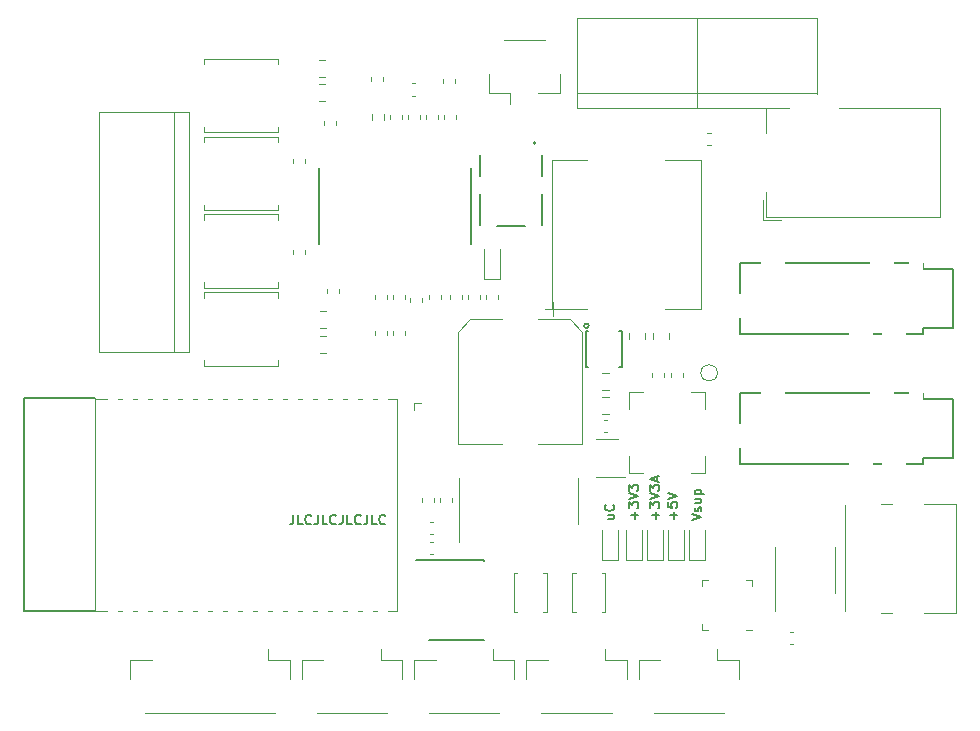
<source format=gto>
G04 #@! TF.GenerationSoftware,KiCad,Pcbnew,(5.1.9)-1*
G04 #@! TF.CreationDate,2021-04-10T14:09:46+02:00*
G04 #@! TF.ProjectId,musical-box,6d757369-6361-46c2-9d62-6f782e6b6963,rev?*
G04 #@! TF.SameCoordinates,Original*
G04 #@! TF.FileFunction,Legend,Top*
G04 #@! TF.FilePolarity,Positive*
%FSLAX46Y46*%
G04 Gerber Fmt 4.6, Leading zero omitted, Abs format (unit mm)*
G04 Created by KiCad (PCBNEW (5.1.9)-1) date 2021-04-10 14:09:46*
%MOMM*%
%LPD*%
G01*
G04 APERTURE LIST*
%ADD10C,0.152400*%
%ADD11C,0.200000*%
%ADD12C,0.050000*%
%ADD13C,0.150000*%
%ADD14C,0.120000*%
%ADD15C,0.127000*%
%ADD16C,0.010000*%
%ADD17C,0.800000*%
%ADD18R,5.000000X5.000000*%
%ADD19R,0.900000X3.000000*%
%ADD20C,0.787400*%
%ADD21C,0.990600*%
%ADD22C,1.800000*%
%ADD23R,2.000000X2.500000*%
%ADD24R,2.900000X2.000000*%
%ADD25R,1.200000X2.500000*%
%ADD26C,0.600000*%
%ADD27R,0.270000X1.461200*%
%ADD28R,9.000000X3.900000*%
%ADD29C,0.100000*%
%ADD30R,0.350000X0.800000*%
%ADD31C,3.000000*%
%ADD32R,3.000000X3.000000*%
%ADD33C,1.000000*%
%ADD34R,1.700000X0.900000*%
%ADD35R,1.432000X0.622000*%
%ADD36R,1.432000X0.500000*%
%ADD37O,1.700000X0.900000*%
%ADD38O,2.400000X0.900000*%
%ADD39C,0.700000*%
%ADD40R,0.750000X1.000000*%
%ADD41R,5.400000X2.900000*%
%ADD42R,2.350000X5.100000*%
%ADD43C,3.200000*%
%ADD44R,1.000000X0.400000*%
%ADD45R,1.060000X0.650000*%
%ADD46R,2.700000X2.700000*%
%ADD47R,5.700000X1.600000*%
%ADD48R,1.800000X4.400000*%
%ADD49O,1.800000X4.000000*%
%ADD50O,4.000000X1.800000*%
%ADD51C,2.000000*%
G04 APERTURE END LIST*
D10*
X393259828Y-167341073D02*
X393801695Y-167341073D01*
X393259828Y-167689416D02*
X393685580Y-167689416D01*
X393762990Y-167650711D01*
X393801695Y-167573301D01*
X393801695Y-167457187D01*
X393762990Y-167379778D01*
X393724285Y-167341073D01*
X393724285Y-166489568D02*
X393762990Y-166528273D01*
X393801695Y-166644387D01*
X393801695Y-166721797D01*
X393762990Y-166837911D01*
X393685580Y-166915320D01*
X393608171Y-166954025D01*
X393453352Y-166992730D01*
X393337238Y-166992730D01*
X393182419Y-166954025D01*
X393105009Y-166915320D01*
X393027600Y-166837911D01*
X392988895Y-166721797D01*
X392988895Y-166644387D01*
X393027600Y-166528273D01*
X393066304Y-166489568D01*
X397302057Y-167689416D02*
X397302057Y-167070140D01*
X397611695Y-167379778D02*
X396992419Y-167379778D01*
X396798895Y-166760501D02*
X396798895Y-166257340D01*
X397108533Y-166528273D01*
X397108533Y-166412159D01*
X397147238Y-166334749D01*
X397185942Y-166296044D01*
X397263352Y-166257340D01*
X397456876Y-166257340D01*
X397534285Y-166296044D01*
X397572990Y-166334749D01*
X397611695Y-166412159D01*
X397611695Y-166644387D01*
X397572990Y-166721797D01*
X397534285Y-166760501D01*
X396798895Y-166025111D02*
X397611695Y-165754178D01*
X396798895Y-165483244D01*
X396798895Y-165289720D02*
X396798895Y-164786559D01*
X397108533Y-165057492D01*
X397108533Y-164941378D01*
X397147238Y-164863968D01*
X397185942Y-164825263D01*
X397263352Y-164786559D01*
X397456876Y-164786559D01*
X397534285Y-164825263D01*
X397572990Y-164863968D01*
X397611695Y-164941378D01*
X397611695Y-165173606D01*
X397572990Y-165251016D01*
X397534285Y-165289720D01*
X397379466Y-164476920D02*
X397379466Y-164089873D01*
X397611695Y-164554330D02*
X396798895Y-164283397D01*
X397611695Y-164012463D01*
X395524057Y-167689416D02*
X395524057Y-167070140D01*
X395833695Y-167379778D02*
X395214419Y-167379778D01*
X395020895Y-166760501D02*
X395020895Y-166257340D01*
X395330533Y-166528273D01*
X395330533Y-166412159D01*
X395369238Y-166334749D01*
X395407942Y-166296044D01*
X395485352Y-166257340D01*
X395678876Y-166257340D01*
X395756285Y-166296044D01*
X395794990Y-166334749D01*
X395833695Y-166412159D01*
X395833695Y-166644387D01*
X395794990Y-166721797D01*
X395756285Y-166760501D01*
X395020895Y-166025111D02*
X395833695Y-165754178D01*
X395020895Y-165483244D01*
X395020895Y-165289720D02*
X395020895Y-164786559D01*
X395330533Y-165057492D01*
X395330533Y-164941378D01*
X395369238Y-164863968D01*
X395407942Y-164825263D01*
X395485352Y-164786559D01*
X395678876Y-164786559D01*
X395756285Y-164825263D01*
X395794990Y-164863968D01*
X395833695Y-164941378D01*
X395833695Y-165173606D01*
X395794990Y-165251016D01*
X395756285Y-165289720D01*
X398826057Y-167689416D02*
X398826057Y-167070140D01*
X399135695Y-167379778D02*
X398516419Y-167379778D01*
X398322895Y-166296044D02*
X398322895Y-166683092D01*
X398709942Y-166721797D01*
X398671238Y-166683092D01*
X398632533Y-166605682D01*
X398632533Y-166412159D01*
X398671238Y-166334749D01*
X398709942Y-166296044D01*
X398787352Y-166257340D01*
X398980876Y-166257340D01*
X399058285Y-166296044D01*
X399096990Y-166334749D01*
X399135695Y-166412159D01*
X399135695Y-166605682D01*
X399096990Y-166683092D01*
X399058285Y-166721797D01*
X398322895Y-166025111D02*
X399135695Y-165754178D01*
X398322895Y-165483244D01*
X400354895Y-167805530D02*
X401167695Y-167534597D01*
X400354895Y-167263663D01*
X401128990Y-167031435D02*
X401167695Y-166954025D01*
X401167695Y-166799206D01*
X401128990Y-166721797D01*
X401051580Y-166683092D01*
X401012876Y-166683092D01*
X400935466Y-166721797D01*
X400896761Y-166799206D01*
X400896761Y-166915320D01*
X400858057Y-166992730D01*
X400780647Y-167031435D01*
X400741942Y-167031435D01*
X400664533Y-166992730D01*
X400625828Y-166915320D01*
X400625828Y-166799206D01*
X400664533Y-166721797D01*
X400625828Y-165986406D02*
X401167695Y-165986406D01*
X400625828Y-166334749D02*
X401051580Y-166334749D01*
X401128990Y-166296044D01*
X401167695Y-166218635D01*
X401167695Y-166102520D01*
X401128990Y-166025111D01*
X401090285Y-165986406D01*
X400625828Y-165599359D02*
X401438628Y-165599359D01*
X400664533Y-165599359D02*
X400625828Y-165521949D01*
X400625828Y-165367130D01*
X400664533Y-165289720D01*
X400703238Y-165251016D01*
X400780647Y-165212311D01*
X401012876Y-165212311D01*
X401090285Y-165251016D01*
X401128990Y-165289720D01*
X401167695Y-165367130D01*
X401167695Y-165521949D01*
X401128990Y-165599359D01*
D11*
X366629138Y-167346395D02*
X366629138Y-167926966D01*
X366590433Y-168043080D01*
X366513023Y-168120490D01*
X366396909Y-168159195D01*
X366319500Y-168159195D01*
X367403233Y-168159195D02*
X367016185Y-168159195D01*
X367016185Y-167346395D01*
X368138623Y-168081785D02*
X368099919Y-168120490D01*
X367983804Y-168159195D01*
X367906395Y-168159195D01*
X367790280Y-168120490D01*
X367712871Y-168043080D01*
X367674166Y-167965671D01*
X367635461Y-167810852D01*
X367635461Y-167694738D01*
X367674166Y-167539919D01*
X367712871Y-167462509D01*
X367790280Y-167385100D01*
X367906395Y-167346395D01*
X367983804Y-167346395D01*
X368099919Y-167385100D01*
X368138623Y-167423804D01*
X368719195Y-167346395D02*
X368719195Y-167926966D01*
X368680490Y-168043080D01*
X368603080Y-168120490D01*
X368486966Y-168159195D01*
X368409557Y-168159195D01*
X369493290Y-168159195D02*
X369106242Y-168159195D01*
X369106242Y-167346395D01*
X370228680Y-168081785D02*
X370189976Y-168120490D01*
X370073861Y-168159195D01*
X369996452Y-168159195D01*
X369880338Y-168120490D01*
X369802928Y-168043080D01*
X369764223Y-167965671D01*
X369725519Y-167810852D01*
X369725519Y-167694738D01*
X369764223Y-167539919D01*
X369802928Y-167462509D01*
X369880338Y-167385100D01*
X369996452Y-167346395D01*
X370073861Y-167346395D01*
X370189976Y-167385100D01*
X370228680Y-167423804D01*
X370809252Y-167346395D02*
X370809252Y-167926966D01*
X370770547Y-168043080D01*
X370693138Y-168120490D01*
X370577023Y-168159195D01*
X370499614Y-168159195D01*
X371583347Y-168159195D02*
X371196300Y-168159195D01*
X371196300Y-167346395D01*
X372318738Y-168081785D02*
X372280033Y-168120490D01*
X372163919Y-168159195D01*
X372086509Y-168159195D01*
X371970395Y-168120490D01*
X371892985Y-168043080D01*
X371854280Y-167965671D01*
X371815576Y-167810852D01*
X371815576Y-167694738D01*
X371854280Y-167539919D01*
X371892985Y-167462509D01*
X371970395Y-167385100D01*
X372086509Y-167346395D01*
X372163919Y-167346395D01*
X372280033Y-167385100D01*
X372318738Y-167423804D01*
X372899309Y-167346395D02*
X372899309Y-167926966D01*
X372860604Y-168043080D01*
X372783195Y-168120490D01*
X372667080Y-168159195D01*
X372589671Y-168159195D01*
X373673404Y-168159195D02*
X373286357Y-168159195D01*
X373286357Y-167346395D01*
X374408795Y-168081785D02*
X374370090Y-168120490D01*
X374253976Y-168159195D01*
X374176566Y-168159195D01*
X374060452Y-168120490D01*
X373983042Y-168043080D01*
X373944338Y-167965671D01*
X373905633Y-167810852D01*
X373905633Y-167694738D01*
X373944338Y-167539919D01*
X373983042Y-167462509D01*
X374060452Y-167385100D01*
X374176566Y-167346395D01*
X374253976Y-167346395D01*
X374370090Y-167385100D01*
X374408795Y-167423804D01*
D12*
X375397000Y-157504000D02*
X375397000Y-175504000D01*
X349867000Y-157504000D02*
X375397000Y-157504000D01*
X349867000Y-175504000D02*
X349867000Y-157504000D01*
X375397000Y-175504000D02*
X349867000Y-175504000D01*
D13*
X349812000Y-175521000D02*
X343843000Y-175521000D01*
X349812000Y-157487000D02*
X343843000Y-157487000D01*
X343843000Y-157487000D02*
X343843000Y-175521000D01*
D14*
X376809000Y-157861000D02*
X377444000Y-157861000D01*
X376809000Y-158496000D02*
X376809000Y-157861000D01*
X369323252Y-128805000D02*
X368800748Y-128805000D01*
X369323252Y-130275000D02*
X368800748Y-130275000D01*
X369323252Y-130837000D02*
X368800748Y-130837000D01*
X369323252Y-132307000D02*
X368800748Y-132307000D01*
X369386752Y-152173000D02*
X368864248Y-152173000D01*
X369386752Y-153643000D02*
X368864248Y-153643000D01*
X369386752Y-150077500D02*
X368864248Y-150077500D01*
X369386752Y-151547500D02*
X368864248Y-151547500D01*
X374290500Y-133402742D02*
X374290500Y-133877258D01*
X373245500Y-133402742D02*
X373245500Y-133877258D01*
D13*
X419951600Y-163000000D02*
X404451600Y-163000000D01*
X419951600Y-157000000D02*
X404451600Y-157000000D01*
X419951600Y-163000000D02*
X419951600Y-162500000D01*
X419951600Y-157000000D02*
X419951600Y-157500000D01*
X419951600Y-157500000D02*
X422451600Y-157500000D01*
X422451600Y-157500000D02*
X422451600Y-162500000D01*
X422451600Y-162500000D02*
X419951600Y-162500000D01*
X404451600Y-163000000D02*
X404451600Y-157000000D01*
X419951600Y-152000000D02*
X404451600Y-152000000D01*
X419951600Y-146000000D02*
X404451600Y-146000000D01*
X419951600Y-152000000D02*
X419951600Y-151500000D01*
X419951600Y-146000000D02*
X419951600Y-146500000D01*
X419951600Y-146500000D02*
X422451600Y-146500000D01*
X422451600Y-146500000D02*
X422451600Y-151500000D01*
X422451600Y-151500000D02*
X419951600Y-151500000D01*
X404451600Y-152000000D02*
X404451600Y-146000000D01*
D10*
X368788800Y-137969501D02*
X368788800Y-144423499D01*
X381642800Y-144423499D02*
X381642800Y-137969501D01*
D13*
X394413000Y-151808000D02*
X394413000Y-154808000D01*
X391413000Y-154808000D02*
X391413000Y-151808000D01*
X394413000Y-151808000D02*
X394238000Y-151808000D01*
X394413000Y-154808000D02*
X394238000Y-154808000D01*
X391588000Y-151808000D02*
X391413000Y-151808000D01*
X391588000Y-154808000D02*
X391413000Y-154808000D01*
X391633256Y-151333000D02*
G75*
G03*
X391633256Y-151333000I-195256J0D01*
G01*
D14*
X384480000Y-127145000D02*
X387910000Y-127145000D01*
X389180000Y-131615000D02*
X387380000Y-131615000D01*
X389180000Y-130015000D02*
X389180000Y-131615000D01*
X385010000Y-131615000D02*
X385010000Y-132555000D01*
X383210000Y-131615000D02*
X385010000Y-131615000D01*
X383210000Y-130015000D02*
X383210000Y-131615000D01*
X400800000Y-131660000D02*
X390640000Y-131660000D01*
X400800000Y-132930000D02*
X400800000Y-125310000D01*
X400800000Y-125310000D02*
X390640000Y-125310000D01*
X390640000Y-125310000D02*
X390640000Y-132930000D01*
X390640000Y-132930000D02*
X400800000Y-132930000D01*
X384098000Y-147354000D02*
X384098000Y-144869000D01*
X382728000Y-147354000D02*
X384098000Y-147354000D01*
X382728000Y-144869000D02*
X382728000Y-147354000D01*
X389199000Y-149919000D02*
X387949000Y-149919000D01*
X388574000Y-149294000D02*
X388574000Y-150544000D01*
X381618437Y-150784000D02*
X380554000Y-151848437D01*
X390009563Y-150784000D02*
X391074000Y-151848437D01*
X390009563Y-150784000D02*
X387324000Y-150784000D01*
X381618437Y-150784000D02*
X384304000Y-150784000D01*
X380554000Y-151848437D02*
X380554000Y-161304000D01*
X391074000Y-151848437D02*
X391074000Y-161304000D01*
X391074000Y-161304000D02*
X387324000Y-161304000D01*
X380554000Y-161304000D02*
X384304000Y-161304000D01*
X392890221Y-160364000D02*
X393215779Y-160364000D01*
X392890221Y-159344000D02*
X393215779Y-159344000D01*
X402528000Y-155321000D02*
G75*
G03*
X402528000Y-155321000I-700000J0D01*
G01*
X392791748Y-157341000D02*
X393314252Y-157341000D01*
X392791748Y-158811000D02*
X393314252Y-158811000D01*
X392791748Y-155309000D02*
X393314252Y-155309000D01*
X392791748Y-156779000D02*
X393314252Y-156779000D01*
X396151000Y-171127500D02*
X396151000Y-168642500D01*
X394781000Y-171127500D02*
X396151000Y-171127500D01*
X394781000Y-168642500D02*
X394781000Y-171127500D01*
X390256000Y-172301000D02*
X390556000Y-172301000D01*
X390256000Y-175601000D02*
X390256000Y-172301000D01*
X390556000Y-175601000D02*
X390256000Y-175601000D01*
X393056000Y-172301000D02*
X392756000Y-172301000D01*
X393056000Y-175601000D02*
X393056000Y-172301000D01*
X392756000Y-175601000D02*
X393056000Y-175601000D01*
X388103000Y-175601000D02*
X387803000Y-175601000D01*
X388103000Y-172301000D02*
X388103000Y-175601000D01*
X387803000Y-172301000D02*
X388103000Y-172301000D01*
X385303000Y-175601000D02*
X385603000Y-175601000D01*
X385303000Y-172301000D02*
X385303000Y-175601000D01*
X385603000Y-172301000D02*
X385303000Y-172301000D01*
X422750000Y-175620000D02*
X422750000Y-166430000D01*
X413340000Y-175500000D02*
X413340000Y-166550000D01*
X420020000Y-166430000D02*
X422750000Y-166430000D01*
X420020000Y-175620000D02*
X422750000Y-175620000D01*
X416420000Y-166430000D02*
X417320000Y-166430000D01*
X416420000Y-175620000D02*
X417320000Y-175620000D01*
X357810000Y-153540000D02*
X357810000Y-133220000D01*
X350190000Y-153540000D02*
X350190000Y-133220000D01*
X356540000Y-133220000D02*
X356540000Y-153540000D01*
X357810000Y-133220000D02*
X350190000Y-133220000D01*
X350190000Y-153540000D02*
X357810000Y-153540000D01*
X407396000Y-172007000D02*
X407396000Y-175457000D01*
X407396000Y-172007000D02*
X407396000Y-170057000D01*
X412516000Y-172007000D02*
X412516000Y-173957000D01*
X412516000Y-172007000D02*
X412516000Y-170057000D01*
D15*
X383842000Y-142897500D02*
X386262000Y-142897500D01*
X382452000Y-138627500D02*
X382452000Y-136902500D01*
X382452000Y-140172500D02*
X382452000Y-142802500D01*
X387652000Y-140172500D02*
X387652000Y-142802500D01*
X387652000Y-138627500D02*
X387652000Y-136902500D01*
D11*
X387152000Y-135852500D02*
G75*
G03*
X387152000Y-135852500I-100000J0D01*
G01*
D14*
X366310000Y-181240000D02*
X366310000Y-179640000D01*
X366310000Y-179640000D02*
X364510000Y-179640000D01*
X364510000Y-179640000D02*
X364510000Y-178700000D01*
X352840000Y-181240000D02*
X352840000Y-179640000D01*
X352840000Y-179640000D02*
X354640000Y-179640000D01*
X365040000Y-184110000D02*
X354110000Y-184110000D01*
X401131000Y-149898000D02*
X398131000Y-149898000D01*
X401131000Y-137298000D02*
X401131000Y-149898000D01*
X398131000Y-137298000D02*
X401131000Y-137298000D01*
X388531000Y-137298000D02*
X391531000Y-137298000D01*
X388531000Y-149898000D02*
X388531000Y-137298000D01*
X391531000Y-149898000D02*
X388531000Y-149898000D01*
X365292000Y-134946000D02*
X365292000Y-134496000D01*
X365292000Y-128746000D02*
X365292000Y-129196000D01*
X359092000Y-128746000D02*
X359092000Y-129196000D01*
X359092000Y-128746000D02*
X365292000Y-128746000D01*
X359092000Y-134946000D02*
X359092000Y-134496000D01*
X365292000Y-134946000D02*
X359092000Y-134946000D01*
X365292000Y-141550000D02*
X365292000Y-141100000D01*
X365292000Y-135350000D02*
X365292000Y-135800000D01*
X359092000Y-135350000D02*
X359092000Y-135800000D01*
X359092000Y-135350000D02*
X365292000Y-135350000D01*
X359092000Y-141550000D02*
X359092000Y-141100000D01*
X365292000Y-141550000D02*
X359092000Y-141550000D01*
X365300000Y-148100000D02*
X365300000Y-147650000D01*
X365300000Y-141900000D02*
X365300000Y-142350000D01*
X359100000Y-141900000D02*
X359100000Y-142350000D01*
X359100000Y-141900000D02*
X365300000Y-141900000D01*
X359100000Y-148100000D02*
X359100000Y-147650000D01*
X365300000Y-148100000D02*
X359100000Y-148100000D01*
X365292000Y-154700000D02*
X365292000Y-154250000D01*
X365292000Y-148500000D02*
X365292000Y-148950000D01*
X359092000Y-148500000D02*
X359092000Y-148950000D01*
X359092000Y-148500000D02*
X365292000Y-148500000D01*
X359092000Y-154700000D02*
X359092000Y-154250000D01*
X365292000Y-154700000D02*
X359092000Y-154700000D01*
D13*
X378101000Y-177961000D02*
X382751000Y-177961000D01*
X377026000Y-171136000D02*
X382751000Y-171136000D01*
X378101000Y-177961000D02*
X378101000Y-177936000D01*
X382751000Y-177961000D02*
X382751000Y-177936000D01*
X382751000Y-171136000D02*
X382751000Y-171236000D01*
D14*
X380627000Y-166204000D02*
X380627000Y-169654000D01*
X380627000Y-166204000D02*
X380627000Y-164254000D01*
X390747000Y-166204000D02*
X390747000Y-168154000D01*
X390747000Y-166204000D02*
X390747000Y-164254000D01*
X392280000Y-164131000D02*
X394730000Y-164131000D01*
X394080000Y-160911000D02*
X392280000Y-160911000D01*
X404975000Y-177077000D02*
X405450000Y-177077000D01*
X401230000Y-172857000D02*
X401230000Y-173332000D01*
X401705000Y-172857000D02*
X401230000Y-172857000D01*
X405450000Y-172857000D02*
X405450000Y-173332000D01*
X404975000Y-172857000D02*
X405450000Y-172857000D01*
X401230000Y-177077000D02*
X401230000Y-176602000D01*
X401705000Y-177077000D02*
X401230000Y-177077000D01*
X374259000Y-130616279D02*
X374259000Y-130290721D01*
X373239000Y-130616279D02*
X373239000Y-130290721D01*
X373512000Y-148717221D02*
X373512000Y-149042779D01*
X374532000Y-148717221D02*
X374532000Y-149042779D01*
X376068000Y-152115779D02*
X376068000Y-151790221D01*
X375048000Y-152115779D02*
X375048000Y-151790221D01*
X378483779Y-167980000D02*
X378158221Y-167980000D01*
X378483779Y-169000000D02*
X378158221Y-169000000D01*
X408963779Y-177250000D02*
X408638221Y-177250000D01*
X408963779Y-178270000D02*
X408638221Y-178270000D01*
X381386000Y-148717221D02*
X381386000Y-149042779D01*
X382406000Y-148717221D02*
X382406000Y-149042779D01*
X379862000Y-148717221D02*
X379862000Y-149042779D01*
X380882000Y-148717221D02*
X380882000Y-149042779D01*
X382910000Y-148717221D02*
X382910000Y-149042779D01*
X383930000Y-148717221D02*
X383930000Y-149042779D01*
X401460000Y-163762000D02*
X401460000Y-162362000D01*
X401460000Y-156962000D02*
X401460000Y-158362000D01*
X401460000Y-163762000D02*
X400260000Y-163762000D01*
X401460000Y-156962000D02*
X400260000Y-156962000D01*
X395060000Y-156962000D02*
X396260000Y-156962000D01*
X395060000Y-156962000D02*
X395060000Y-158362000D01*
X395060000Y-163762000D02*
X395060000Y-162362000D01*
X395060000Y-163762000D02*
X396260000Y-163762000D01*
X384068000Y-184110000D02*
X378138000Y-184110000D01*
X376868000Y-179640000D02*
X378668000Y-179640000D01*
X376868000Y-181240000D02*
X376868000Y-179640000D01*
X383538000Y-179640000D02*
X383538000Y-178700000D01*
X385338000Y-179640000D02*
X383538000Y-179640000D01*
X385338000Y-181240000D02*
X385338000Y-179640000D01*
X403065000Y-184110000D02*
X397135000Y-184110000D01*
X395865000Y-179640000D02*
X397665000Y-179640000D01*
X395865000Y-181240000D02*
X395865000Y-179640000D01*
X402535000Y-179640000D02*
X402535000Y-178700000D01*
X404335000Y-179640000D02*
X402535000Y-179640000D01*
X404335000Y-181240000D02*
X404335000Y-179640000D01*
X374540000Y-184110000D02*
X368610000Y-184110000D01*
X367340000Y-179640000D02*
X369140000Y-179640000D01*
X367340000Y-181240000D02*
X367340000Y-179640000D01*
X374010000Y-179640000D02*
X374010000Y-178700000D01*
X375810000Y-179640000D02*
X374010000Y-179640000D01*
X375810000Y-181240000D02*
X375810000Y-179640000D01*
X393565000Y-184110000D02*
X387635000Y-184110000D01*
X386365000Y-179640000D02*
X388165000Y-179640000D01*
X386365000Y-181240000D02*
X386365000Y-179640000D01*
X393035000Y-179640000D02*
X393035000Y-178700000D01*
X394835000Y-179640000D02*
X393035000Y-179640000D01*
X394835000Y-181240000D02*
X394835000Y-179640000D01*
X406658000Y-142102000D02*
X406658000Y-140002000D01*
X406358000Y-142402000D02*
X407958000Y-142402000D01*
X406358000Y-140702000D02*
X406358000Y-142402000D01*
X406658000Y-132902000D02*
X408458000Y-132902000D01*
X406658000Y-135002000D02*
X406658000Y-132902000D01*
X421358000Y-142102000D02*
X406658000Y-142102000D01*
X421358000Y-132902000D02*
X421358000Y-142102000D01*
X412858000Y-132902000D02*
X421358000Y-132902000D01*
X400800000Y-132930000D02*
X410960000Y-132930000D01*
X400800000Y-125310000D02*
X400800000Y-132930000D01*
X410960000Y-125310000D02*
X400800000Y-125310000D01*
X410960000Y-132930000D02*
X410960000Y-125310000D01*
X410960000Y-131660000D02*
X400800000Y-131660000D01*
X397929000Y-171127500D02*
X397929000Y-168642500D01*
X396559000Y-171127500D02*
X397929000Y-171127500D01*
X396559000Y-168642500D02*
X396559000Y-171127500D01*
X399707000Y-171127500D02*
X399707000Y-168642500D01*
X398337000Y-171127500D02*
X399707000Y-171127500D01*
X398337000Y-168642500D02*
X398337000Y-171127500D01*
X401485000Y-171127500D02*
X401485000Y-168642500D01*
X400115000Y-171127500D02*
X401485000Y-171127500D01*
X400115000Y-168642500D02*
X400115000Y-171127500D01*
X394119000Y-171127500D02*
X394119000Y-168642500D01*
X392749000Y-171127500D02*
X394119000Y-171127500D01*
X392749000Y-168642500D02*
X392749000Y-171127500D01*
X369194000Y-133985221D02*
X369194000Y-134310779D01*
X370214000Y-133985221D02*
X370214000Y-134310779D01*
X375808400Y-133803979D02*
X375808400Y-133478421D01*
X374788400Y-133803979D02*
X374788400Y-133478421D01*
X380374000Y-133802779D02*
X380374000Y-133477221D01*
X379354000Y-133802779D02*
X379354000Y-133477221D01*
X373258000Y-133477221D02*
X373258000Y-133802779D01*
X374278000Y-133477221D02*
X374278000Y-133802779D01*
X377326000Y-133802779D02*
X377326000Y-133477221D01*
X376306000Y-133802779D02*
X376306000Y-133477221D01*
X378850000Y-133802779D02*
X378850000Y-133477221D01*
X377830000Y-133802779D02*
X377830000Y-133477221D01*
X379335000Y-130481221D02*
X379335000Y-130806779D01*
X380355000Y-130481221D02*
X380355000Y-130806779D01*
X366635000Y-137212221D02*
X366635000Y-137537779D01*
X367655000Y-137212221D02*
X367655000Y-137537779D01*
X367655000Y-145284779D02*
X367655000Y-144959221D01*
X366635000Y-145284779D02*
X366635000Y-144959221D01*
X376056000Y-149042779D02*
X376056000Y-148717221D01*
X375036000Y-149042779D02*
X375036000Y-148717221D01*
X377561000Y-149348779D02*
X377561000Y-149023221D01*
X376541000Y-149348779D02*
X376541000Y-149023221D01*
X378084000Y-148717221D02*
X378084000Y-149042779D01*
X379104000Y-148717221D02*
X379104000Y-149042779D01*
X370468000Y-148534779D02*
X370468000Y-148209221D01*
X369448000Y-148534779D02*
X369448000Y-148209221D01*
X373524000Y-151790221D02*
X373524000Y-152115779D01*
X374544000Y-151790221D02*
X374544000Y-152115779D01*
X376959779Y-130818500D02*
X376634221Y-130818500D01*
X376959779Y-131838500D02*
X376634221Y-131838500D01*
X378158221Y-170651000D02*
X378483779Y-170651000D01*
X378158221Y-169631000D02*
X378483779Y-169631000D01*
X379081000Y-165914221D02*
X379081000Y-166239779D01*
X380101000Y-165914221D02*
X380101000Y-166239779D01*
X377557000Y-165914221D02*
X377557000Y-166239779D01*
X378577000Y-165914221D02*
X378577000Y-166239779D01*
X398639000Y-155309721D02*
X398639000Y-155635279D01*
X399659000Y-155309721D02*
X399659000Y-155635279D01*
X396988000Y-155309721D02*
X396988000Y-155635279D01*
X398008000Y-155309721D02*
X398008000Y-155635279D01*
X398462000Y-152492578D02*
X398462000Y-151975422D01*
X397042000Y-152492578D02*
X397042000Y-151975422D01*
X401978779Y-134974000D02*
X401653221Y-134974000D01*
X401978779Y-135994000D02*
X401653221Y-135994000D01*
X396430000Y-152492578D02*
X396430000Y-151975422D01*
X395010000Y-152492578D02*
X395010000Y-151975422D01*
%LPC*%
D16*
G36*
X382672000Y-138422500D02*
G01*
X387432000Y-138422500D01*
X387432000Y-138847500D01*
X387927000Y-138847500D01*
X387927000Y-139952500D01*
X387432000Y-139952500D01*
X387432000Y-143152500D01*
X386482000Y-143152500D01*
X386482000Y-142677500D01*
X383622000Y-142677500D01*
X383622000Y-143152500D01*
X382672000Y-143152500D01*
X382672000Y-139952500D01*
X382177000Y-139952500D01*
X382177000Y-138847500D01*
X382672000Y-138847500D01*
X382672000Y-138422500D01*
G37*
X382672000Y-138422500D02*
X387432000Y-138422500D01*
X387432000Y-138847500D01*
X387927000Y-138847500D01*
X387927000Y-139952500D01*
X387432000Y-139952500D01*
X387432000Y-143152500D01*
X386482000Y-143152500D01*
X386482000Y-142677500D01*
X383622000Y-142677500D01*
X383622000Y-143152500D01*
X382672000Y-143152500D01*
X382672000Y-139952500D01*
X382177000Y-139952500D01*
X382177000Y-138847500D01*
X382672000Y-138847500D01*
X382672000Y-138422500D01*
D17*
X357567000Y-166304000D03*
X360167000Y-166304000D03*
X358867000Y-166304000D03*
X356267000Y-166304000D03*
X358867000Y-165004000D03*
X357567000Y-165004000D03*
X360167000Y-165004000D03*
X356267000Y-165004000D03*
X357567000Y-167604000D03*
X360167000Y-167604000D03*
X358867000Y-167604000D03*
X356267000Y-167604000D03*
X360167000Y-168904000D03*
X358867000Y-168904000D03*
X357567000Y-168904000D03*
X356267000Y-168904000D03*
D18*
X358277000Y-166904000D03*
D19*
X351357000Y-175504000D03*
X352627000Y-175504000D03*
X353897000Y-175504000D03*
X355167000Y-175504000D03*
X356437000Y-175504000D03*
X357707000Y-175504000D03*
X358977000Y-175504000D03*
X360247000Y-175504000D03*
X361517000Y-175504000D03*
X362787000Y-175504000D03*
X364057000Y-175504000D03*
X365327000Y-175504000D03*
X366597000Y-175504000D03*
X367867000Y-175504000D03*
X369167000Y-175504000D03*
X370437000Y-175504000D03*
X371707000Y-175504000D03*
X372977000Y-175504000D03*
X374247000Y-175504000D03*
X374247000Y-157504000D03*
X372977000Y-157504000D03*
X371707000Y-157504000D03*
X370437000Y-157504000D03*
X369167000Y-157504000D03*
X367867000Y-157474000D03*
X366597000Y-157474000D03*
X365327000Y-157474000D03*
X364057000Y-157474000D03*
X362787000Y-157474000D03*
X361517000Y-157474000D03*
X360247000Y-157474000D03*
X358977000Y-157474000D03*
X357707000Y-157474000D03*
X356437000Y-157474000D03*
X355167000Y-157474000D03*
X353897000Y-157474000D03*
X352627000Y-157474000D03*
X351357000Y-157474000D03*
D20*
X378714000Y-161036000D03*
X377444000Y-161036000D03*
X378714000Y-159766000D03*
X377444000Y-159766000D03*
X378714000Y-158496000D03*
X377444000Y-158496000D03*
D21*
X378079000Y-157226000D03*
X377063000Y-162306000D03*
X379095000Y-162306000D03*
G36*
G01*
X368612000Y-129065000D02*
X368612000Y-130015000D01*
G75*
G02*
X368362000Y-130265000I-250000J0D01*
G01*
X367862000Y-130265000D01*
G75*
G02*
X367612000Y-130015000I0J250000D01*
G01*
X367612000Y-129065000D01*
G75*
G02*
X367862000Y-128815000I250000J0D01*
G01*
X368362000Y-128815000D01*
G75*
G02*
X368612000Y-129065000I0J-250000D01*
G01*
G37*
G36*
G01*
X370512000Y-129065000D02*
X370512000Y-130015000D01*
G75*
G02*
X370262000Y-130265000I-250000J0D01*
G01*
X369762000Y-130265000D01*
G75*
G02*
X369512000Y-130015000I0J250000D01*
G01*
X369512000Y-129065000D01*
G75*
G02*
X369762000Y-128815000I250000J0D01*
G01*
X370262000Y-128815000D01*
G75*
G02*
X370512000Y-129065000I0J-250000D01*
G01*
G37*
G36*
G01*
X368612000Y-131097000D02*
X368612000Y-132047000D01*
G75*
G02*
X368362000Y-132297000I-250000J0D01*
G01*
X367862000Y-132297000D01*
G75*
G02*
X367612000Y-132047000I0J250000D01*
G01*
X367612000Y-131097000D01*
G75*
G02*
X367862000Y-130847000I250000J0D01*
G01*
X368362000Y-130847000D01*
G75*
G02*
X368612000Y-131097000I0J-250000D01*
G01*
G37*
G36*
G01*
X370512000Y-131097000D02*
X370512000Y-132047000D01*
G75*
G02*
X370262000Y-132297000I-250000J0D01*
G01*
X369762000Y-132297000D01*
G75*
G02*
X369512000Y-132047000I0J250000D01*
G01*
X369512000Y-131097000D01*
G75*
G02*
X369762000Y-130847000I250000J0D01*
G01*
X370262000Y-130847000D01*
G75*
G02*
X370512000Y-131097000I0J-250000D01*
G01*
G37*
G36*
G01*
X368675500Y-152433000D02*
X368675500Y-153383000D01*
G75*
G02*
X368425500Y-153633000I-250000J0D01*
G01*
X367925500Y-153633000D01*
G75*
G02*
X367675500Y-153383000I0J250000D01*
G01*
X367675500Y-152433000D01*
G75*
G02*
X367925500Y-152183000I250000J0D01*
G01*
X368425500Y-152183000D01*
G75*
G02*
X368675500Y-152433000I0J-250000D01*
G01*
G37*
G36*
G01*
X370575500Y-152433000D02*
X370575500Y-153383000D01*
G75*
G02*
X370325500Y-153633000I-250000J0D01*
G01*
X369825500Y-153633000D01*
G75*
G02*
X369575500Y-153383000I0J250000D01*
G01*
X369575500Y-152433000D01*
G75*
G02*
X369825500Y-152183000I250000J0D01*
G01*
X370325500Y-152183000D01*
G75*
G02*
X370575500Y-152433000I0J-250000D01*
G01*
G37*
G36*
G01*
X368675500Y-150337500D02*
X368675500Y-151287500D01*
G75*
G02*
X368425500Y-151537500I-250000J0D01*
G01*
X367925500Y-151537500D01*
G75*
G02*
X367675500Y-151287500I0J250000D01*
G01*
X367675500Y-150337500D01*
G75*
G02*
X367925500Y-150087500I250000J0D01*
G01*
X368425500Y-150087500D01*
G75*
G02*
X368675500Y-150337500I0J-250000D01*
G01*
G37*
G36*
G01*
X370575500Y-150337500D02*
X370575500Y-151287500D01*
G75*
G02*
X370325500Y-151537500I-250000J0D01*
G01*
X369825500Y-151537500D01*
G75*
G02*
X369575500Y-151287500I0J250000D01*
G01*
X369575500Y-150337500D01*
G75*
G02*
X369825500Y-150087500I250000J0D01*
G01*
X370325500Y-150087500D01*
G75*
G02*
X370575500Y-150337500I0J-250000D01*
G01*
G37*
G36*
G01*
X373493000Y-134065000D02*
X374043000Y-134065000D01*
G75*
G02*
X374243000Y-134265000I0J-200000D01*
G01*
X374243000Y-134665000D01*
G75*
G02*
X374043000Y-134865000I-200000J0D01*
G01*
X373493000Y-134865000D01*
G75*
G02*
X373293000Y-134665000I0J200000D01*
G01*
X373293000Y-134265000D01*
G75*
G02*
X373493000Y-134065000I200000J0D01*
G01*
G37*
G36*
G01*
X373493000Y-132415000D02*
X374043000Y-132415000D01*
G75*
G02*
X374243000Y-132615000I0J-200000D01*
G01*
X374243000Y-133015000D01*
G75*
G02*
X374043000Y-133215000I-200000J0D01*
G01*
X373493000Y-133215000D01*
G75*
G02*
X373293000Y-133015000I0J200000D01*
G01*
X373293000Y-132615000D01*
G75*
G02*
X373493000Y-132415000I200000J0D01*
G01*
G37*
D22*
X408451600Y-160000000D03*
X415451600Y-160000000D03*
D23*
X417451600Y-163450000D03*
X407251600Y-156550000D03*
D24*
X403301600Y-160650000D03*
D23*
X414651600Y-163450000D03*
X416451600Y-156550000D03*
D25*
X419351600Y-156550000D03*
D22*
X408451600Y-149000000D03*
X415451600Y-149000000D03*
D23*
X417451600Y-152450000D03*
X407251600Y-145550000D03*
D24*
X403301600Y-149650000D03*
D23*
X414651600Y-152450000D03*
X416451600Y-145550000D03*
D25*
X419351600Y-145550000D03*
D26*
X379115800Y-141196500D03*
X379115800Y-142496500D03*
X379115800Y-139896500D03*
X377815800Y-141196500D03*
X377815800Y-142496500D03*
X377815800Y-139896500D03*
X376515800Y-141196500D03*
X376515800Y-142496500D03*
X376515800Y-139896500D03*
X375215800Y-141196500D03*
X375215800Y-142496500D03*
X375215800Y-139896500D03*
X373915800Y-141196500D03*
X373915800Y-142496500D03*
X373915800Y-139896500D03*
X372615800Y-141196500D03*
X372615800Y-142496500D03*
X372615800Y-139896500D03*
D27*
X369465801Y-144971501D03*
X369965800Y-144971501D03*
X370465799Y-144971501D03*
X370965801Y-144971501D03*
X371465800Y-144971501D03*
X371965799Y-144971501D03*
X372465800Y-144971501D03*
X372965799Y-144971501D03*
X373465801Y-144971501D03*
X373965800Y-144971501D03*
X374465799Y-144971501D03*
X374965800Y-144971501D03*
X375465800Y-144971501D03*
X375965801Y-144971501D03*
X376465800Y-144971501D03*
X376965799Y-144971501D03*
X377465801Y-144971501D03*
X377965800Y-144971501D03*
X378465801Y-144971501D03*
X378965800Y-144971501D03*
X379465799Y-144971501D03*
X379965801Y-144971501D03*
X380465800Y-144971501D03*
X380965801Y-144971501D03*
X380965799Y-137421499D03*
X380465800Y-137421499D03*
X379965801Y-137421499D03*
X379465799Y-137421499D03*
X378965800Y-137421499D03*
X378465799Y-137421499D03*
X377965800Y-137421499D03*
X377465801Y-137421499D03*
X376965799Y-137421499D03*
X376465800Y-137421499D03*
X375965798Y-137421499D03*
X375465800Y-137421499D03*
X374965800Y-137421499D03*
X374465799Y-137421499D03*
X373965800Y-137421499D03*
X373465801Y-137421499D03*
X372965799Y-137421499D03*
X372465800Y-137421499D03*
X371965799Y-137421499D03*
X371465800Y-137421499D03*
X370965801Y-137421499D03*
X370465799Y-137421499D03*
X369965800Y-137421499D03*
X369465799Y-137421499D03*
D28*
X375215800Y-141196500D03*
D26*
X371315800Y-142496500D03*
X371315800Y-141196500D03*
X371315800Y-139896500D03*
D29*
G36*
X393768000Y-154808000D02*
G01*
X393768000Y-154458000D01*
X393448000Y-154458000D01*
X393448000Y-154808000D01*
X393098000Y-154808000D01*
X393098000Y-154458000D01*
X392778000Y-154458000D01*
X392778000Y-154808000D01*
X392428000Y-154808000D01*
X392428000Y-154458000D01*
X392108000Y-154458000D01*
X392108000Y-154808000D01*
X391758000Y-154808000D01*
X391758000Y-152908000D01*
X394118000Y-152908000D01*
X394118000Y-154808000D01*
X393768000Y-154808000D01*
G37*
G36*
X392433000Y-152558000D02*
G01*
X392433000Y-151758000D01*
X392783000Y-151758000D01*
X392783000Y-152108000D01*
X393103000Y-152108000D01*
X393103000Y-151758000D01*
X393453000Y-151758000D01*
X393453000Y-152108000D01*
X393773000Y-152108000D01*
X393773000Y-151758000D01*
X394113000Y-151758000D01*
X394113000Y-152558000D01*
X392433000Y-152558000D01*
G37*
D30*
X391933000Y-152158000D03*
G36*
G01*
X388170000Y-129505000D02*
X388170000Y-127205000D01*
G75*
G02*
X388420000Y-126955000I250000J0D01*
G01*
X388920000Y-126955000D01*
G75*
G02*
X389170000Y-127205000I0J-250000D01*
G01*
X389170000Y-129505000D01*
G75*
G02*
X388920000Y-129755000I-250000J0D01*
G01*
X388420000Y-129755000D01*
G75*
G02*
X388170000Y-129505000I0J250000D01*
G01*
G37*
G36*
G01*
X383220000Y-129505000D02*
X383220000Y-127205000D01*
G75*
G02*
X383470000Y-126955000I250000J0D01*
G01*
X383970000Y-126955000D01*
G75*
G02*
X384220000Y-127205000I0J-250000D01*
G01*
X384220000Y-129505000D01*
G75*
G02*
X383970000Y-129755000I-250000J0D01*
G01*
X383470000Y-129755000D01*
G75*
G02*
X383220000Y-129505000I0J250000D01*
G01*
G37*
G36*
G01*
X386520000Y-132405000D02*
X386520000Y-131005000D01*
G75*
G02*
X386670000Y-130855000I150000J0D01*
G01*
X386970000Y-130855000D01*
G75*
G02*
X387120000Y-131005000I0J-150000D01*
G01*
X387120000Y-132405000D01*
G75*
G02*
X386970000Y-132555000I-150000J0D01*
G01*
X386670000Y-132555000D01*
G75*
G02*
X386520000Y-132405000I0J150000D01*
G01*
G37*
G36*
G01*
X385270000Y-132405000D02*
X385270000Y-131005000D01*
G75*
G02*
X385420000Y-130855000I150000J0D01*
G01*
X385720000Y-130855000D01*
G75*
G02*
X385870000Y-131005000I0J-150000D01*
G01*
X385870000Y-132405000D01*
G75*
G02*
X385720000Y-132555000I-150000J0D01*
G01*
X385420000Y-132555000D01*
G75*
G02*
X385270000Y-132405000I0J150000D01*
G01*
G37*
D31*
X398260000Y-129120000D03*
D32*
X393180000Y-129120000D03*
G36*
G01*
X383625500Y-145469000D02*
X383200500Y-145469000D01*
G75*
G02*
X382988000Y-145256500I0J212500D01*
G01*
X382988000Y-144456500D01*
G75*
G02*
X383200500Y-144244000I212500J0D01*
G01*
X383625500Y-144244000D01*
G75*
G02*
X383838000Y-144456500I0J-212500D01*
G01*
X383838000Y-145256500D01*
G75*
G02*
X383625500Y-145469000I-212500J0D01*
G01*
G37*
G36*
G01*
X383625500Y-147094000D02*
X383200500Y-147094000D01*
G75*
G02*
X382988000Y-146881500I0J212500D01*
G01*
X382988000Y-146081500D01*
G75*
G02*
X383200500Y-145869000I212500J0D01*
G01*
X383625500Y-145869000D01*
G75*
G02*
X383838000Y-146081500I0J-212500D01*
G01*
X383838000Y-146881500D01*
G75*
G02*
X383625500Y-147094000I-212500J0D01*
G01*
G37*
G36*
G01*
X384814000Y-158044000D02*
X386814000Y-158044000D01*
G75*
G02*
X387064000Y-158294000I0J-250000D01*
G01*
X387064000Y-161794000D01*
G75*
G02*
X386814000Y-162044000I-250000J0D01*
G01*
X384814000Y-162044000D01*
G75*
G02*
X384564000Y-161794000I0J250000D01*
G01*
X384564000Y-158294000D01*
G75*
G02*
X384814000Y-158044000I250000J0D01*
G01*
G37*
G36*
G01*
X384814000Y-150044000D02*
X386814000Y-150044000D01*
G75*
G02*
X387064000Y-150294000I0J-250000D01*
G01*
X387064000Y-153794000D01*
G75*
G02*
X386814000Y-154044000I-250000J0D01*
G01*
X384814000Y-154044000D01*
G75*
G02*
X384564000Y-153794000I0J250000D01*
G01*
X384564000Y-150294000D01*
G75*
G02*
X384814000Y-150044000I250000J0D01*
G01*
G37*
G36*
G01*
X393403000Y-160110250D02*
X393403000Y-159597750D01*
G75*
G02*
X393621750Y-159379000I218750J0D01*
G01*
X394059250Y-159379000D01*
G75*
G02*
X394278000Y-159597750I0J-218750D01*
G01*
X394278000Y-160110250D01*
G75*
G02*
X394059250Y-160329000I-218750J0D01*
G01*
X393621750Y-160329000D01*
G75*
G02*
X393403000Y-160110250I0J218750D01*
G01*
G37*
G36*
G01*
X391828000Y-160110250D02*
X391828000Y-159597750D01*
G75*
G02*
X392046750Y-159379000I218750J0D01*
G01*
X392484250Y-159379000D01*
G75*
G02*
X392703000Y-159597750I0J-218750D01*
G01*
X392703000Y-160110250D01*
G75*
G02*
X392484250Y-160329000I-218750J0D01*
G01*
X392046750Y-160329000D01*
G75*
G02*
X391828000Y-160110250I0J218750D01*
G01*
G37*
D33*
X401828000Y-155321000D03*
G36*
G01*
X393503000Y-158551000D02*
X393503000Y-157601000D01*
G75*
G02*
X393753000Y-157351000I250000J0D01*
G01*
X394253000Y-157351000D01*
G75*
G02*
X394503000Y-157601000I0J-250000D01*
G01*
X394503000Y-158551000D01*
G75*
G02*
X394253000Y-158801000I-250000J0D01*
G01*
X393753000Y-158801000D01*
G75*
G02*
X393503000Y-158551000I0J250000D01*
G01*
G37*
G36*
G01*
X391603000Y-158551000D02*
X391603000Y-157601000D01*
G75*
G02*
X391853000Y-157351000I250000J0D01*
G01*
X392353000Y-157351000D01*
G75*
G02*
X392603000Y-157601000I0J-250000D01*
G01*
X392603000Y-158551000D01*
G75*
G02*
X392353000Y-158801000I-250000J0D01*
G01*
X391853000Y-158801000D01*
G75*
G02*
X391603000Y-158551000I0J250000D01*
G01*
G37*
G36*
G01*
X393503000Y-156519000D02*
X393503000Y-155569000D01*
G75*
G02*
X393753000Y-155319000I250000J0D01*
G01*
X394253000Y-155319000D01*
G75*
G02*
X394503000Y-155569000I0J-250000D01*
G01*
X394503000Y-156519000D01*
G75*
G02*
X394253000Y-156769000I-250000J0D01*
G01*
X393753000Y-156769000D01*
G75*
G02*
X393503000Y-156519000I0J250000D01*
G01*
G37*
G36*
G01*
X391603000Y-156519000D02*
X391603000Y-155569000D01*
G75*
G02*
X391853000Y-155319000I250000J0D01*
G01*
X392353000Y-155319000D01*
G75*
G02*
X392603000Y-155569000I0J-250000D01*
G01*
X392603000Y-156519000D01*
G75*
G02*
X392353000Y-156769000I-250000J0D01*
G01*
X391853000Y-156769000D01*
G75*
G02*
X391603000Y-156519000I0J250000D01*
G01*
G37*
G36*
G01*
X395678500Y-169242500D02*
X395253500Y-169242500D01*
G75*
G02*
X395041000Y-169030000I0J212500D01*
G01*
X395041000Y-168230000D01*
G75*
G02*
X395253500Y-168017500I212500J0D01*
G01*
X395678500Y-168017500D01*
G75*
G02*
X395891000Y-168230000I0J-212500D01*
G01*
X395891000Y-169030000D01*
G75*
G02*
X395678500Y-169242500I-212500J0D01*
G01*
G37*
G36*
G01*
X395678500Y-170867500D02*
X395253500Y-170867500D01*
G75*
G02*
X395041000Y-170655000I0J212500D01*
G01*
X395041000Y-169855000D01*
G75*
G02*
X395253500Y-169642500I212500J0D01*
G01*
X395678500Y-169642500D01*
G75*
G02*
X395891000Y-169855000I0J-212500D01*
G01*
X395891000Y-170655000D01*
G75*
G02*
X395678500Y-170867500I-212500J0D01*
G01*
G37*
D34*
X391656000Y-172251000D03*
X391656000Y-175651000D03*
X386703000Y-175651000D03*
X386703000Y-172251000D03*
D35*
X411375000Y-181068000D03*
D36*
X411375000Y-181952000D03*
D35*
X411375000Y-182836000D03*
X408767000Y-182836000D03*
D36*
X408767000Y-181952000D03*
D35*
X408767000Y-181068000D03*
D37*
X418380000Y-166700000D03*
X418380000Y-175350000D03*
D38*
X415000000Y-166700000D03*
X415000000Y-175350000D03*
D39*
X415370000Y-170600000D03*
X415370000Y-168050000D03*
X415370000Y-168900000D03*
X415370000Y-169750000D03*
X415370000Y-174000000D03*
X415370000Y-172300000D03*
X415370000Y-171450000D03*
X415370000Y-173150000D03*
X414020000Y-168050000D03*
X414020000Y-168900000D03*
X414020000Y-169750000D03*
X414020000Y-170600000D03*
X414020000Y-171450000D03*
X414020000Y-172300000D03*
X414020000Y-173150000D03*
X414020000Y-174000000D03*
D31*
X354000000Y-135760000D03*
D32*
X354000000Y-151000000D03*
D31*
X354000000Y-140840000D03*
X354000000Y-145920000D03*
G36*
G01*
X408201000Y-170507000D02*
X407901000Y-170507000D01*
G75*
G02*
X407751000Y-170357000I0J150000D01*
G01*
X407751000Y-168707000D01*
G75*
G02*
X407901000Y-168557000I150000J0D01*
G01*
X408201000Y-168557000D01*
G75*
G02*
X408351000Y-168707000I0J-150000D01*
G01*
X408351000Y-170357000D01*
G75*
G02*
X408201000Y-170507000I-150000J0D01*
G01*
G37*
G36*
G01*
X409471000Y-170507000D02*
X409171000Y-170507000D01*
G75*
G02*
X409021000Y-170357000I0J150000D01*
G01*
X409021000Y-168707000D01*
G75*
G02*
X409171000Y-168557000I150000J0D01*
G01*
X409471000Y-168557000D01*
G75*
G02*
X409621000Y-168707000I0J-150000D01*
G01*
X409621000Y-170357000D01*
G75*
G02*
X409471000Y-170507000I-150000J0D01*
G01*
G37*
G36*
G01*
X410741000Y-170507000D02*
X410441000Y-170507000D01*
G75*
G02*
X410291000Y-170357000I0J150000D01*
G01*
X410291000Y-168707000D01*
G75*
G02*
X410441000Y-168557000I150000J0D01*
G01*
X410741000Y-168557000D01*
G75*
G02*
X410891000Y-168707000I0J-150000D01*
G01*
X410891000Y-170357000D01*
G75*
G02*
X410741000Y-170507000I-150000J0D01*
G01*
G37*
G36*
G01*
X412011000Y-170507000D02*
X411711000Y-170507000D01*
G75*
G02*
X411561000Y-170357000I0J150000D01*
G01*
X411561000Y-168707000D01*
G75*
G02*
X411711000Y-168557000I150000J0D01*
G01*
X412011000Y-168557000D01*
G75*
G02*
X412161000Y-168707000I0J-150000D01*
G01*
X412161000Y-170357000D01*
G75*
G02*
X412011000Y-170507000I-150000J0D01*
G01*
G37*
G36*
G01*
X412011000Y-175457000D02*
X411711000Y-175457000D01*
G75*
G02*
X411561000Y-175307000I0J150000D01*
G01*
X411561000Y-173657000D01*
G75*
G02*
X411711000Y-173507000I150000J0D01*
G01*
X412011000Y-173507000D01*
G75*
G02*
X412161000Y-173657000I0J-150000D01*
G01*
X412161000Y-175307000D01*
G75*
G02*
X412011000Y-175457000I-150000J0D01*
G01*
G37*
G36*
G01*
X410741000Y-175457000D02*
X410441000Y-175457000D01*
G75*
G02*
X410291000Y-175307000I0J150000D01*
G01*
X410291000Y-173657000D01*
G75*
G02*
X410441000Y-173507000I150000J0D01*
G01*
X410741000Y-173507000D01*
G75*
G02*
X410891000Y-173657000I0J-150000D01*
G01*
X410891000Y-175307000D01*
G75*
G02*
X410741000Y-175457000I-150000J0D01*
G01*
G37*
G36*
G01*
X409471000Y-175457000D02*
X409171000Y-175457000D01*
G75*
G02*
X409021000Y-175307000I0J150000D01*
G01*
X409021000Y-173657000D01*
G75*
G02*
X409171000Y-173507000I150000J0D01*
G01*
X409471000Y-173507000D01*
G75*
G02*
X409621000Y-173657000I0J-150000D01*
G01*
X409621000Y-175307000D01*
G75*
G02*
X409471000Y-175457000I-150000J0D01*
G01*
G37*
G36*
G01*
X408201000Y-175457000D02*
X407901000Y-175457000D01*
G75*
G02*
X407751000Y-175307000I0J150000D01*
G01*
X407751000Y-173657000D01*
G75*
G02*
X407901000Y-173507000I150000J0D01*
G01*
X408201000Y-173507000D01*
G75*
G02*
X408351000Y-173657000I0J-150000D01*
G01*
X408351000Y-175307000D01*
G75*
G02*
X408201000Y-175457000I-150000J0D01*
G01*
G37*
D40*
X386957000Y-137057500D03*
X383147000Y-137057500D03*
X385687000Y-137057500D03*
X384417000Y-137057500D03*
G36*
G01*
X353850000Y-181750000D02*
X353850000Y-184050000D01*
G75*
G02*
X353600000Y-184300000I-250000J0D01*
G01*
X353100000Y-184300000D01*
G75*
G02*
X352850000Y-184050000I0J250000D01*
G01*
X352850000Y-181750000D01*
G75*
G02*
X353100000Y-181500000I250000J0D01*
G01*
X353600000Y-181500000D01*
G75*
G02*
X353850000Y-181750000I0J-250000D01*
G01*
G37*
G36*
G01*
X366300000Y-181750000D02*
X366300000Y-184050000D01*
G75*
G02*
X366050000Y-184300000I-250000J0D01*
G01*
X365550000Y-184300000D01*
G75*
G02*
X365300000Y-184050000I0J250000D01*
G01*
X365300000Y-181750000D01*
G75*
G02*
X365550000Y-181500000I250000J0D01*
G01*
X366050000Y-181500000D01*
G75*
G02*
X366300000Y-181750000I0J-250000D01*
G01*
G37*
G36*
G01*
X355500000Y-178850000D02*
X355500000Y-180250000D01*
G75*
G02*
X355350000Y-180400000I-150000J0D01*
G01*
X355050000Y-180400000D01*
G75*
G02*
X354900000Y-180250000I0J150000D01*
G01*
X354900000Y-178850000D01*
G75*
G02*
X355050000Y-178700000I150000J0D01*
G01*
X355350000Y-178700000D01*
G75*
G02*
X355500000Y-178850000I0J-150000D01*
G01*
G37*
G36*
G01*
X356750000Y-178850000D02*
X356750000Y-180250000D01*
G75*
G02*
X356600000Y-180400000I-150000J0D01*
G01*
X356300000Y-180400000D01*
G75*
G02*
X356150000Y-180250000I0J150000D01*
G01*
X356150000Y-178850000D01*
G75*
G02*
X356300000Y-178700000I150000J0D01*
G01*
X356600000Y-178700000D01*
G75*
G02*
X356750000Y-178850000I0J-150000D01*
G01*
G37*
G36*
G01*
X358000000Y-178850000D02*
X358000000Y-180250000D01*
G75*
G02*
X357850000Y-180400000I-150000J0D01*
G01*
X357550000Y-180400000D01*
G75*
G02*
X357400000Y-180250000I0J150000D01*
G01*
X357400000Y-178850000D01*
G75*
G02*
X357550000Y-178700000I150000J0D01*
G01*
X357850000Y-178700000D01*
G75*
G02*
X358000000Y-178850000I0J-150000D01*
G01*
G37*
G36*
G01*
X359250000Y-178850000D02*
X359250000Y-180250000D01*
G75*
G02*
X359100000Y-180400000I-150000J0D01*
G01*
X358800000Y-180400000D01*
G75*
G02*
X358650000Y-180250000I0J150000D01*
G01*
X358650000Y-178850000D01*
G75*
G02*
X358800000Y-178700000I150000J0D01*
G01*
X359100000Y-178700000D01*
G75*
G02*
X359250000Y-178850000I0J-150000D01*
G01*
G37*
G36*
G01*
X360500000Y-178850000D02*
X360500000Y-180250000D01*
G75*
G02*
X360350000Y-180400000I-150000J0D01*
G01*
X360050000Y-180400000D01*
G75*
G02*
X359900000Y-180250000I0J150000D01*
G01*
X359900000Y-178850000D01*
G75*
G02*
X360050000Y-178700000I150000J0D01*
G01*
X360350000Y-178700000D01*
G75*
G02*
X360500000Y-178850000I0J-150000D01*
G01*
G37*
G36*
G01*
X361750000Y-178850000D02*
X361750000Y-180250000D01*
G75*
G02*
X361600000Y-180400000I-150000J0D01*
G01*
X361300000Y-180400000D01*
G75*
G02*
X361150000Y-180250000I0J150000D01*
G01*
X361150000Y-178850000D01*
G75*
G02*
X361300000Y-178700000I150000J0D01*
G01*
X361600000Y-178700000D01*
G75*
G02*
X361750000Y-178850000I0J-150000D01*
G01*
G37*
G36*
G01*
X363000000Y-178850000D02*
X363000000Y-180250000D01*
G75*
G02*
X362850000Y-180400000I-150000J0D01*
G01*
X362550000Y-180400000D01*
G75*
G02*
X362400000Y-180250000I0J150000D01*
G01*
X362400000Y-178850000D01*
G75*
G02*
X362550000Y-178700000I150000J0D01*
G01*
X362850000Y-178700000D01*
G75*
G02*
X363000000Y-178850000I0J-150000D01*
G01*
G37*
G36*
G01*
X364250000Y-178850000D02*
X364250000Y-180250000D01*
G75*
G02*
X364100000Y-180400000I-150000J0D01*
G01*
X363800000Y-180400000D01*
G75*
G02*
X363650000Y-180250000I0J150000D01*
G01*
X363650000Y-178850000D01*
G75*
G02*
X363800000Y-178700000I150000J0D01*
G01*
X364100000Y-178700000D01*
G75*
G02*
X364250000Y-178850000I0J-150000D01*
G01*
G37*
D35*
X375493000Y-129672500D03*
D36*
X375493000Y-128788500D03*
D35*
X375493000Y-127904500D03*
X378101000Y-127904500D03*
D36*
X378101000Y-128788500D03*
D35*
X378101000Y-129672500D03*
D41*
X394831000Y-148548000D03*
X394831000Y-138648000D03*
D42*
X360117000Y-131846000D03*
X364267000Y-131846000D03*
X360117000Y-138450000D03*
X364267000Y-138450000D03*
X360125000Y-145000000D03*
X364275000Y-145000000D03*
X360117000Y-151600000D03*
X364267000Y-151600000D03*
D43*
X416000000Y-181000000D03*
D44*
X383326000Y-171661000D03*
X383326000Y-172311000D03*
X383326000Y-172961000D03*
X383326000Y-173611000D03*
X383326000Y-174261000D03*
X383326000Y-174911000D03*
X383326000Y-175561000D03*
X383326000Y-176211000D03*
X383326000Y-176861000D03*
X383326000Y-177511000D03*
X377526000Y-177511000D03*
X377526000Y-176861000D03*
X377526000Y-176211000D03*
X377526000Y-175561000D03*
X377526000Y-174911000D03*
X377526000Y-174261000D03*
X377526000Y-173611000D03*
X377526000Y-172961000D03*
X377526000Y-172311000D03*
X377526000Y-171661000D03*
G36*
G01*
X381392000Y-164704000D02*
X381092000Y-164704000D01*
G75*
G02*
X380942000Y-164554000I0J150000D01*
G01*
X380942000Y-162904000D01*
G75*
G02*
X381092000Y-162754000I150000J0D01*
G01*
X381392000Y-162754000D01*
G75*
G02*
X381542000Y-162904000I0J-150000D01*
G01*
X381542000Y-164554000D01*
G75*
G02*
X381392000Y-164704000I-150000J0D01*
G01*
G37*
G36*
G01*
X382662000Y-164704000D02*
X382362000Y-164704000D01*
G75*
G02*
X382212000Y-164554000I0J150000D01*
G01*
X382212000Y-162904000D01*
G75*
G02*
X382362000Y-162754000I150000J0D01*
G01*
X382662000Y-162754000D01*
G75*
G02*
X382812000Y-162904000I0J-150000D01*
G01*
X382812000Y-164554000D01*
G75*
G02*
X382662000Y-164704000I-150000J0D01*
G01*
G37*
G36*
G01*
X383932000Y-164704000D02*
X383632000Y-164704000D01*
G75*
G02*
X383482000Y-164554000I0J150000D01*
G01*
X383482000Y-162904000D01*
G75*
G02*
X383632000Y-162754000I150000J0D01*
G01*
X383932000Y-162754000D01*
G75*
G02*
X384082000Y-162904000I0J-150000D01*
G01*
X384082000Y-164554000D01*
G75*
G02*
X383932000Y-164704000I-150000J0D01*
G01*
G37*
G36*
G01*
X385202000Y-164704000D02*
X384902000Y-164704000D01*
G75*
G02*
X384752000Y-164554000I0J150000D01*
G01*
X384752000Y-162904000D01*
G75*
G02*
X384902000Y-162754000I150000J0D01*
G01*
X385202000Y-162754000D01*
G75*
G02*
X385352000Y-162904000I0J-150000D01*
G01*
X385352000Y-164554000D01*
G75*
G02*
X385202000Y-164704000I-150000J0D01*
G01*
G37*
G36*
G01*
X386472000Y-164704000D02*
X386172000Y-164704000D01*
G75*
G02*
X386022000Y-164554000I0J150000D01*
G01*
X386022000Y-162904000D01*
G75*
G02*
X386172000Y-162754000I150000J0D01*
G01*
X386472000Y-162754000D01*
G75*
G02*
X386622000Y-162904000I0J-150000D01*
G01*
X386622000Y-164554000D01*
G75*
G02*
X386472000Y-164704000I-150000J0D01*
G01*
G37*
G36*
G01*
X387742000Y-164704000D02*
X387442000Y-164704000D01*
G75*
G02*
X387292000Y-164554000I0J150000D01*
G01*
X387292000Y-162904000D01*
G75*
G02*
X387442000Y-162754000I150000J0D01*
G01*
X387742000Y-162754000D01*
G75*
G02*
X387892000Y-162904000I0J-150000D01*
G01*
X387892000Y-164554000D01*
G75*
G02*
X387742000Y-164704000I-150000J0D01*
G01*
G37*
G36*
G01*
X389012000Y-164704000D02*
X388712000Y-164704000D01*
G75*
G02*
X388562000Y-164554000I0J150000D01*
G01*
X388562000Y-162904000D01*
G75*
G02*
X388712000Y-162754000I150000J0D01*
G01*
X389012000Y-162754000D01*
G75*
G02*
X389162000Y-162904000I0J-150000D01*
G01*
X389162000Y-164554000D01*
G75*
G02*
X389012000Y-164704000I-150000J0D01*
G01*
G37*
G36*
G01*
X390282000Y-164704000D02*
X389982000Y-164704000D01*
G75*
G02*
X389832000Y-164554000I0J150000D01*
G01*
X389832000Y-162904000D01*
G75*
G02*
X389982000Y-162754000I150000J0D01*
G01*
X390282000Y-162754000D01*
G75*
G02*
X390432000Y-162904000I0J-150000D01*
G01*
X390432000Y-164554000D01*
G75*
G02*
X390282000Y-164704000I-150000J0D01*
G01*
G37*
G36*
G01*
X390282000Y-169654000D02*
X389982000Y-169654000D01*
G75*
G02*
X389832000Y-169504000I0J150000D01*
G01*
X389832000Y-167854000D01*
G75*
G02*
X389982000Y-167704000I150000J0D01*
G01*
X390282000Y-167704000D01*
G75*
G02*
X390432000Y-167854000I0J-150000D01*
G01*
X390432000Y-169504000D01*
G75*
G02*
X390282000Y-169654000I-150000J0D01*
G01*
G37*
G36*
G01*
X389012000Y-169654000D02*
X388712000Y-169654000D01*
G75*
G02*
X388562000Y-169504000I0J150000D01*
G01*
X388562000Y-167854000D01*
G75*
G02*
X388712000Y-167704000I150000J0D01*
G01*
X389012000Y-167704000D01*
G75*
G02*
X389162000Y-167854000I0J-150000D01*
G01*
X389162000Y-169504000D01*
G75*
G02*
X389012000Y-169654000I-150000J0D01*
G01*
G37*
G36*
G01*
X387742000Y-169654000D02*
X387442000Y-169654000D01*
G75*
G02*
X387292000Y-169504000I0J150000D01*
G01*
X387292000Y-167854000D01*
G75*
G02*
X387442000Y-167704000I150000J0D01*
G01*
X387742000Y-167704000D01*
G75*
G02*
X387892000Y-167854000I0J-150000D01*
G01*
X387892000Y-169504000D01*
G75*
G02*
X387742000Y-169654000I-150000J0D01*
G01*
G37*
G36*
G01*
X386472000Y-169654000D02*
X386172000Y-169654000D01*
G75*
G02*
X386022000Y-169504000I0J150000D01*
G01*
X386022000Y-167854000D01*
G75*
G02*
X386172000Y-167704000I150000J0D01*
G01*
X386472000Y-167704000D01*
G75*
G02*
X386622000Y-167854000I0J-150000D01*
G01*
X386622000Y-169504000D01*
G75*
G02*
X386472000Y-169654000I-150000J0D01*
G01*
G37*
G36*
G01*
X385202000Y-169654000D02*
X384902000Y-169654000D01*
G75*
G02*
X384752000Y-169504000I0J150000D01*
G01*
X384752000Y-167854000D01*
G75*
G02*
X384902000Y-167704000I150000J0D01*
G01*
X385202000Y-167704000D01*
G75*
G02*
X385352000Y-167854000I0J-150000D01*
G01*
X385352000Y-169504000D01*
G75*
G02*
X385202000Y-169654000I-150000J0D01*
G01*
G37*
G36*
G01*
X383932000Y-169654000D02*
X383632000Y-169654000D01*
G75*
G02*
X383482000Y-169504000I0J150000D01*
G01*
X383482000Y-167854000D01*
G75*
G02*
X383632000Y-167704000I150000J0D01*
G01*
X383932000Y-167704000D01*
G75*
G02*
X384082000Y-167854000I0J-150000D01*
G01*
X384082000Y-169504000D01*
G75*
G02*
X383932000Y-169654000I-150000J0D01*
G01*
G37*
G36*
G01*
X382662000Y-169654000D02*
X382362000Y-169654000D01*
G75*
G02*
X382212000Y-169504000I0J150000D01*
G01*
X382212000Y-167854000D01*
G75*
G02*
X382362000Y-167704000I150000J0D01*
G01*
X382662000Y-167704000D01*
G75*
G02*
X382812000Y-167854000I0J-150000D01*
G01*
X382812000Y-169504000D01*
G75*
G02*
X382662000Y-169654000I-150000J0D01*
G01*
G37*
G36*
G01*
X381392000Y-169654000D02*
X381092000Y-169654000D01*
G75*
G02*
X380942000Y-169504000I0J150000D01*
G01*
X380942000Y-167854000D01*
G75*
G02*
X381092000Y-167704000I150000J0D01*
G01*
X381392000Y-167704000D01*
G75*
G02*
X381542000Y-167854000I0J-150000D01*
G01*
X381542000Y-169504000D01*
G75*
G02*
X381392000Y-169654000I-150000J0D01*
G01*
G37*
D45*
X392080000Y-162521000D03*
X392080000Y-163471000D03*
X392080000Y-161571000D03*
X394280000Y-161571000D03*
X394280000Y-162521000D03*
X394280000Y-163471000D03*
D46*
X403340000Y-174967000D03*
G36*
G01*
X404715000Y-176579500D02*
X404715000Y-177279500D01*
G75*
G02*
X404652500Y-177342000I-62500J0D01*
G01*
X404527500Y-177342000D01*
G75*
G02*
X404465000Y-177279500I0J62500D01*
G01*
X404465000Y-176579500D01*
G75*
G02*
X404527500Y-176517000I62500J0D01*
G01*
X404652500Y-176517000D01*
G75*
G02*
X404715000Y-176579500I0J-62500D01*
G01*
G37*
G36*
G01*
X404215000Y-176579500D02*
X404215000Y-177279500D01*
G75*
G02*
X404152500Y-177342000I-62500J0D01*
G01*
X404027500Y-177342000D01*
G75*
G02*
X403965000Y-177279500I0J62500D01*
G01*
X403965000Y-176579500D01*
G75*
G02*
X404027500Y-176517000I62500J0D01*
G01*
X404152500Y-176517000D01*
G75*
G02*
X404215000Y-176579500I0J-62500D01*
G01*
G37*
G36*
G01*
X403715000Y-176579500D02*
X403715000Y-177279500D01*
G75*
G02*
X403652500Y-177342000I-62500J0D01*
G01*
X403527500Y-177342000D01*
G75*
G02*
X403465000Y-177279500I0J62500D01*
G01*
X403465000Y-176579500D01*
G75*
G02*
X403527500Y-176517000I62500J0D01*
G01*
X403652500Y-176517000D01*
G75*
G02*
X403715000Y-176579500I0J-62500D01*
G01*
G37*
G36*
G01*
X403215000Y-176579500D02*
X403215000Y-177279500D01*
G75*
G02*
X403152500Y-177342000I-62500J0D01*
G01*
X403027500Y-177342000D01*
G75*
G02*
X402965000Y-177279500I0J62500D01*
G01*
X402965000Y-176579500D01*
G75*
G02*
X403027500Y-176517000I62500J0D01*
G01*
X403152500Y-176517000D01*
G75*
G02*
X403215000Y-176579500I0J-62500D01*
G01*
G37*
G36*
G01*
X402715000Y-176579500D02*
X402715000Y-177279500D01*
G75*
G02*
X402652500Y-177342000I-62500J0D01*
G01*
X402527500Y-177342000D01*
G75*
G02*
X402465000Y-177279500I0J62500D01*
G01*
X402465000Y-176579500D01*
G75*
G02*
X402527500Y-176517000I62500J0D01*
G01*
X402652500Y-176517000D01*
G75*
G02*
X402715000Y-176579500I0J-62500D01*
G01*
G37*
G36*
G01*
X402215000Y-176579500D02*
X402215000Y-177279500D01*
G75*
G02*
X402152500Y-177342000I-62500J0D01*
G01*
X402027500Y-177342000D01*
G75*
G02*
X401965000Y-177279500I0J62500D01*
G01*
X401965000Y-176579500D01*
G75*
G02*
X402027500Y-176517000I62500J0D01*
G01*
X402152500Y-176517000D01*
G75*
G02*
X402215000Y-176579500I0J-62500D01*
G01*
G37*
G36*
G01*
X401790000Y-176154500D02*
X401790000Y-176279500D01*
G75*
G02*
X401727500Y-176342000I-62500J0D01*
G01*
X401027500Y-176342000D01*
G75*
G02*
X400965000Y-176279500I0J62500D01*
G01*
X400965000Y-176154500D01*
G75*
G02*
X401027500Y-176092000I62500J0D01*
G01*
X401727500Y-176092000D01*
G75*
G02*
X401790000Y-176154500I0J-62500D01*
G01*
G37*
G36*
G01*
X401790000Y-175654500D02*
X401790000Y-175779500D01*
G75*
G02*
X401727500Y-175842000I-62500J0D01*
G01*
X401027500Y-175842000D01*
G75*
G02*
X400965000Y-175779500I0J62500D01*
G01*
X400965000Y-175654500D01*
G75*
G02*
X401027500Y-175592000I62500J0D01*
G01*
X401727500Y-175592000D01*
G75*
G02*
X401790000Y-175654500I0J-62500D01*
G01*
G37*
G36*
G01*
X401790000Y-175154500D02*
X401790000Y-175279500D01*
G75*
G02*
X401727500Y-175342000I-62500J0D01*
G01*
X401027500Y-175342000D01*
G75*
G02*
X400965000Y-175279500I0J62500D01*
G01*
X400965000Y-175154500D01*
G75*
G02*
X401027500Y-175092000I62500J0D01*
G01*
X401727500Y-175092000D01*
G75*
G02*
X401790000Y-175154500I0J-62500D01*
G01*
G37*
G36*
G01*
X401790000Y-174654500D02*
X401790000Y-174779500D01*
G75*
G02*
X401727500Y-174842000I-62500J0D01*
G01*
X401027500Y-174842000D01*
G75*
G02*
X400965000Y-174779500I0J62500D01*
G01*
X400965000Y-174654500D01*
G75*
G02*
X401027500Y-174592000I62500J0D01*
G01*
X401727500Y-174592000D01*
G75*
G02*
X401790000Y-174654500I0J-62500D01*
G01*
G37*
G36*
G01*
X401790000Y-174154500D02*
X401790000Y-174279500D01*
G75*
G02*
X401727500Y-174342000I-62500J0D01*
G01*
X401027500Y-174342000D01*
G75*
G02*
X400965000Y-174279500I0J62500D01*
G01*
X400965000Y-174154500D01*
G75*
G02*
X401027500Y-174092000I62500J0D01*
G01*
X401727500Y-174092000D01*
G75*
G02*
X401790000Y-174154500I0J-62500D01*
G01*
G37*
G36*
G01*
X401790000Y-173654500D02*
X401790000Y-173779500D01*
G75*
G02*
X401727500Y-173842000I-62500J0D01*
G01*
X401027500Y-173842000D01*
G75*
G02*
X400965000Y-173779500I0J62500D01*
G01*
X400965000Y-173654500D01*
G75*
G02*
X401027500Y-173592000I62500J0D01*
G01*
X401727500Y-173592000D01*
G75*
G02*
X401790000Y-173654500I0J-62500D01*
G01*
G37*
G36*
G01*
X402215000Y-172654500D02*
X402215000Y-173354500D01*
G75*
G02*
X402152500Y-173417000I-62500J0D01*
G01*
X402027500Y-173417000D01*
G75*
G02*
X401965000Y-173354500I0J62500D01*
G01*
X401965000Y-172654500D01*
G75*
G02*
X402027500Y-172592000I62500J0D01*
G01*
X402152500Y-172592000D01*
G75*
G02*
X402215000Y-172654500I0J-62500D01*
G01*
G37*
G36*
G01*
X402715000Y-172654500D02*
X402715000Y-173354500D01*
G75*
G02*
X402652500Y-173417000I-62500J0D01*
G01*
X402527500Y-173417000D01*
G75*
G02*
X402465000Y-173354500I0J62500D01*
G01*
X402465000Y-172654500D01*
G75*
G02*
X402527500Y-172592000I62500J0D01*
G01*
X402652500Y-172592000D01*
G75*
G02*
X402715000Y-172654500I0J-62500D01*
G01*
G37*
G36*
G01*
X403215000Y-172654500D02*
X403215000Y-173354500D01*
G75*
G02*
X403152500Y-173417000I-62500J0D01*
G01*
X403027500Y-173417000D01*
G75*
G02*
X402965000Y-173354500I0J62500D01*
G01*
X402965000Y-172654500D01*
G75*
G02*
X403027500Y-172592000I62500J0D01*
G01*
X403152500Y-172592000D01*
G75*
G02*
X403215000Y-172654500I0J-62500D01*
G01*
G37*
G36*
G01*
X403715000Y-172654500D02*
X403715000Y-173354500D01*
G75*
G02*
X403652500Y-173417000I-62500J0D01*
G01*
X403527500Y-173417000D01*
G75*
G02*
X403465000Y-173354500I0J62500D01*
G01*
X403465000Y-172654500D01*
G75*
G02*
X403527500Y-172592000I62500J0D01*
G01*
X403652500Y-172592000D01*
G75*
G02*
X403715000Y-172654500I0J-62500D01*
G01*
G37*
G36*
G01*
X404215000Y-172654500D02*
X404215000Y-173354500D01*
G75*
G02*
X404152500Y-173417000I-62500J0D01*
G01*
X404027500Y-173417000D01*
G75*
G02*
X403965000Y-173354500I0J62500D01*
G01*
X403965000Y-172654500D01*
G75*
G02*
X404027500Y-172592000I62500J0D01*
G01*
X404152500Y-172592000D01*
G75*
G02*
X404215000Y-172654500I0J-62500D01*
G01*
G37*
G36*
G01*
X404715000Y-172654500D02*
X404715000Y-173354500D01*
G75*
G02*
X404652500Y-173417000I-62500J0D01*
G01*
X404527500Y-173417000D01*
G75*
G02*
X404465000Y-173354500I0J62500D01*
G01*
X404465000Y-172654500D01*
G75*
G02*
X404527500Y-172592000I62500J0D01*
G01*
X404652500Y-172592000D01*
G75*
G02*
X404715000Y-172654500I0J-62500D01*
G01*
G37*
G36*
G01*
X405715000Y-173654500D02*
X405715000Y-173779500D01*
G75*
G02*
X405652500Y-173842000I-62500J0D01*
G01*
X404952500Y-173842000D01*
G75*
G02*
X404890000Y-173779500I0J62500D01*
G01*
X404890000Y-173654500D01*
G75*
G02*
X404952500Y-173592000I62500J0D01*
G01*
X405652500Y-173592000D01*
G75*
G02*
X405715000Y-173654500I0J-62500D01*
G01*
G37*
G36*
G01*
X405715000Y-174154500D02*
X405715000Y-174279500D01*
G75*
G02*
X405652500Y-174342000I-62500J0D01*
G01*
X404952500Y-174342000D01*
G75*
G02*
X404890000Y-174279500I0J62500D01*
G01*
X404890000Y-174154500D01*
G75*
G02*
X404952500Y-174092000I62500J0D01*
G01*
X405652500Y-174092000D01*
G75*
G02*
X405715000Y-174154500I0J-62500D01*
G01*
G37*
G36*
G01*
X405715000Y-174654500D02*
X405715000Y-174779500D01*
G75*
G02*
X405652500Y-174842000I-62500J0D01*
G01*
X404952500Y-174842000D01*
G75*
G02*
X404890000Y-174779500I0J62500D01*
G01*
X404890000Y-174654500D01*
G75*
G02*
X404952500Y-174592000I62500J0D01*
G01*
X405652500Y-174592000D01*
G75*
G02*
X405715000Y-174654500I0J-62500D01*
G01*
G37*
G36*
G01*
X405715000Y-175154500D02*
X405715000Y-175279500D01*
G75*
G02*
X405652500Y-175342000I-62500J0D01*
G01*
X404952500Y-175342000D01*
G75*
G02*
X404890000Y-175279500I0J62500D01*
G01*
X404890000Y-175154500D01*
G75*
G02*
X404952500Y-175092000I62500J0D01*
G01*
X405652500Y-175092000D01*
G75*
G02*
X405715000Y-175154500I0J-62500D01*
G01*
G37*
G36*
G01*
X405715000Y-175654500D02*
X405715000Y-175779500D01*
G75*
G02*
X405652500Y-175842000I-62500J0D01*
G01*
X404952500Y-175842000D01*
G75*
G02*
X404890000Y-175779500I0J62500D01*
G01*
X404890000Y-175654500D01*
G75*
G02*
X404952500Y-175592000I62500J0D01*
G01*
X405652500Y-175592000D01*
G75*
G02*
X405715000Y-175654500I0J-62500D01*
G01*
G37*
G36*
G01*
X405715000Y-176154500D02*
X405715000Y-176279500D01*
G75*
G02*
X405652500Y-176342000I-62500J0D01*
G01*
X404952500Y-176342000D01*
G75*
G02*
X404890000Y-176279500I0J62500D01*
G01*
X404890000Y-176154500D01*
G75*
G02*
X404952500Y-176092000I62500J0D01*
G01*
X405652500Y-176092000D01*
G75*
G02*
X405715000Y-176154500I0J-62500D01*
G01*
G37*
G36*
G01*
X374005250Y-130103500D02*
X373492750Y-130103500D01*
G75*
G02*
X373274000Y-129884750I0J218750D01*
G01*
X373274000Y-129447250D01*
G75*
G02*
X373492750Y-129228500I218750J0D01*
G01*
X374005250Y-129228500D01*
G75*
G02*
X374224000Y-129447250I0J-218750D01*
G01*
X374224000Y-129884750D01*
G75*
G02*
X374005250Y-130103500I-218750J0D01*
G01*
G37*
G36*
G01*
X374005250Y-131678500D02*
X373492750Y-131678500D01*
G75*
G02*
X373274000Y-131459750I0J218750D01*
G01*
X373274000Y-131022250D01*
G75*
G02*
X373492750Y-130803500I218750J0D01*
G01*
X374005250Y-130803500D01*
G75*
G02*
X374224000Y-131022250I0J-218750D01*
G01*
X374224000Y-131459750D01*
G75*
G02*
X374005250Y-131678500I-218750J0D01*
G01*
G37*
G36*
G01*
X373765750Y-149230000D02*
X374278250Y-149230000D01*
G75*
G02*
X374497000Y-149448750I0J-218750D01*
G01*
X374497000Y-149886250D01*
G75*
G02*
X374278250Y-150105000I-218750J0D01*
G01*
X373765750Y-150105000D01*
G75*
G02*
X373547000Y-149886250I0J218750D01*
G01*
X373547000Y-149448750D01*
G75*
G02*
X373765750Y-149230000I218750J0D01*
G01*
G37*
G36*
G01*
X373765750Y-147655000D02*
X374278250Y-147655000D01*
G75*
G02*
X374497000Y-147873750I0J-218750D01*
G01*
X374497000Y-148311250D01*
G75*
G02*
X374278250Y-148530000I-218750J0D01*
G01*
X373765750Y-148530000D01*
G75*
G02*
X373547000Y-148311250I0J218750D01*
G01*
X373547000Y-147873750D01*
G75*
G02*
X373765750Y-147655000I218750J0D01*
G01*
G37*
G36*
G01*
X375814250Y-151603000D02*
X375301750Y-151603000D01*
G75*
G02*
X375083000Y-151384250I0J218750D01*
G01*
X375083000Y-150946750D01*
G75*
G02*
X375301750Y-150728000I218750J0D01*
G01*
X375814250Y-150728000D01*
G75*
G02*
X376033000Y-150946750I0J-218750D01*
G01*
X376033000Y-151384250D01*
G75*
G02*
X375814250Y-151603000I-218750J0D01*
G01*
G37*
G36*
G01*
X375814250Y-153178000D02*
X375301750Y-153178000D01*
G75*
G02*
X375083000Y-152959250I0J218750D01*
G01*
X375083000Y-152521750D01*
G75*
G02*
X375301750Y-152303000I218750J0D01*
G01*
X375814250Y-152303000D01*
G75*
G02*
X376033000Y-152521750I0J-218750D01*
G01*
X376033000Y-152959250D01*
G75*
G02*
X375814250Y-153178000I-218750J0D01*
G01*
G37*
G36*
G01*
X377971000Y-168233750D02*
X377971000Y-168746250D01*
G75*
G02*
X377752250Y-168965000I-218750J0D01*
G01*
X377314750Y-168965000D01*
G75*
G02*
X377096000Y-168746250I0J218750D01*
G01*
X377096000Y-168233750D01*
G75*
G02*
X377314750Y-168015000I218750J0D01*
G01*
X377752250Y-168015000D01*
G75*
G02*
X377971000Y-168233750I0J-218750D01*
G01*
G37*
G36*
G01*
X379546000Y-168233750D02*
X379546000Y-168746250D01*
G75*
G02*
X379327250Y-168965000I-218750J0D01*
G01*
X378889750Y-168965000D01*
G75*
G02*
X378671000Y-168746250I0J218750D01*
G01*
X378671000Y-168233750D01*
G75*
G02*
X378889750Y-168015000I218750J0D01*
G01*
X379327250Y-168015000D01*
G75*
G02*
X379546000Y-168233750I0J-218750D01*
G01*
G37*
G36*
G01*
X408451000Y-177503750D02*
X408451000Y-178016250D01*
G75*
G02*
X408232250Y-178235000I-218750J0D01*
G01*
X407794750Y-178235000D01*
G75*
G02*
X407576000Y-178016250I0J218750D01*
G01*
X407576000Y-177503750D01*
G75*
G02*
X407794750Y-177285000I218750J0D01*
G01*
X408232250Y-177285000D01*
G75*
G02*
X408451000Y-177503750I0J-218750D01*
G01*
G37*
G36*
G01*
X410026000Y-177503750D02*
X410026000Y-178016250D01*
G75*
G02*
X409807250Y-178235000I-218750J0D01*
G01*
X409369750Y-178235000D01*
G75*
G02*
X409151000Y-178016250I0J218750D01*
G01*
X409151000Y-177503750D01*
G75*
G02*
X409369750Y-177285000I218750J0D01*
G01*
X409807250Y-177285000D01*
G75*
G02*
X410026000Y-177503750I0J-218750D01*
G01*
G37*
G36*
G01*
X381639750Y-149230000D02*
X382152250Y-149230000D01*
G75*
G02*
X382371000Y-149448750I0J-218750D01*
G01*
X382371000Y-149886250D01*
G75*
G02*
X382152250Y-150105000I-218750J0D01*
G01*
X381639750Y-150105000D01*
G75*
G02*
X381421000Y-149886250I0J218750D01*
G01*
X381421000Y-149448750D01*
G75*
G02*
X381639750Y-149230000I218750J0D01*
G01*
G37*
G36*
G01*
X381639750Y-147655000D02*
X382152250Y-147655000D01*
G75*
G02*
X382371000Y-147873750I0J-218750D01*
G01*
X382371000Y-148311250D01*
G75*
G02*
X382152250Y-148530000I-218750J0D01*
G01*
X381639750Y-148530000D01*
G75*
G02*
X381421000Y-148311250I0J218750D01*
G01*
X381421000Y-147873750D01*
G75*
G02*
X381639750Y-147655000I218750J0D01*
G01*
G37*
G36*
G01*
X380115750Y-149230000D02*
X380628250Y-149230000D01*
G75*
G02*
X380847000Y-149448750I0J-218750D01*
G01*
X380847000Y-149886250D01*
G75*
G02*
X380628250Y-150105000I-218750J0D01*
G01*
X380115750Y-150105000D01*
G75*
G02*
X379897000Y-149886250I0J218750D01*
G01*
X379897000Y-149448750D01*
G75*
G02*
X380115750Y-149230000I218750J0D01*
G01*
G37*
G36*
G01*
X380115750Y-147655000D02*
X380628250Y-147655000D01*
G75*
G02*
X380847000Y-147873750I0J-218750D01*
G01*
X380847000Y-148311250D01*
G75*
G02*
X380628250Y-148530000I-218750J0D01*
G01*
X380115750Y-148530000D01*
G75*
G02*
X379897000Y-148311250I0J218750D01*
G01*
X379897000Y-147873750D01*
G75*
G02*
X380115750Y-147655000I218750J0D01*
G01*
G37*
G36*
G01*
X383163750Y-149230000D02*
X383676250Y-149230000D01*
G75*
G02*
X383895000Y-149448750I0J-218750D01*
G01*
X383895000Y-149886250D01*
G75*
G02*
X383676250Y-150105000I-218750J0D01*
G01*
X383163750Y-150105000D01*
G75*
G02*
X382945000Y-149886250I0J218750D01*
G01*
X382945000Y-149448750D01*
G75*
G02*
X383163750Y-149230000I218750J0D01*
G01*
G37*
G36*
G01*
X383163750Y-147655000D02*
X383676250Y-147655000D01*
G75*
G02*
X383895000Y-147873750I0J-218750D01*
G01*
X383895000Y-148311250D01*
G75*
G02*
X383676250Y-148530000I-218750J0D01*
G01*
X383163750Y-148530000D01*
G75*
G02*
X382945000Y-148311250I0J218750D01*
G01*
X382945000Y-147873750D01*
G75*
G02*
X383163750Y-147655000I218750J0D01*
G01*
G37*
D47*
X398260000Y-158012000D03*
X398260000Y-162712000D03*
G36*
G01*
X377878000Y-181750000D02*
X377878000Y-184050000D01*
G75*
G02*
X377628000Y-184300000I-250000J0D01*
G01*
X377128000Y-184300000D01*
G75*
G02*
X376878000Y-184050000I0J250000D01*
G01*
X376878000Y-181750000D01*
G75*
G02*
X377128000Y-181500000I250000J0D01*
G01*
X377628000Y-181500000D01*
G75*
G02*
X377878000Y-181750000I0J-250000D01*
G01*
G37*
G36*
G01*
X385328000Y-181750000D02*
X385328000Y-184050000D01*
G75*
G02*
X385078000Y-184300000I-250000J0D01*
G01*
X384578000Y-184300000D01*
G75*
G02*
X384328000Y-184050000I0J250000D01*
G01*
X384328000Y-181750000D01*
G75*
G02*
X384578000Y-181500000I250000J0D01*
G01*
X385078000Y-181500000D01*
G75*
G02*
X385328000Y-181750000I0J-250000D01*
G01*
G37*
G36*
G01*
X379528000Y-178850000D02*
X379528000Y-180250000D01*
G75*
G02*
X379378000Y-180400000I-150000J0D01*
G01*
X379078000Y-180400000D01*
G75*
G02*
X378928000Y-180250000I0J150000D01*
G01*
X378928000Y-178850000D01*
G75*
G02*
X379078000Y-178700000I150000J0D01*
G01*
X379378000Y-178700000D01*
G75*
G02*
X379528000Y-178850000I0J-150000D01*
G01*
G37*
G36*
G01*
X380778000Y-178850000D02*
X380778000Y-180250000D01*
G75*
G02*
X380628000Y-180400000I-150000J0D01*
G01*
X380328000Y-180400000D01*
G75*
G02*
X380178000Y-180250000I0J150000D01*
G01*
X380178000Y-178850000D01*
G75*
G02*
X380328000Y-178700000I150000J0D01*
G01*
X380628000Y-178700000D01*
G75*
G02*
X380778000Y-178850000I0J-150000D01*
G01*
G37*
G36*
G01*
X382028000Y-178850000D02*
X382028000Y-180250000D01*
G75*
G02*
X381878000Y-180400000I-150000J0D01*
G01*
X381578000Y-180400000D01*
G75*
G02*
X381428000Y-180250000I0J150000D01*
G01*
X381428000Y-178850000D01*
G75*
G02*
X381578000Y-178700000I150000J0D01*
G01*
X381878000Y-178700000D01*
G75*
G02*
X382028000Y-178850000I0J-150000D01*
G01*
G37*
G36*
G01*
X383278000Y-178850000D02*
X383278000Y-180250000D01*
G75*
G02*
X383128000Y-180400000I-150000J0D01*
G01*
X382828000Y-180400000D01*
G75*
G02*
X382678000Y-180250000I0J150000D01*
G01*
X382678000Y-178850000D01*
G75*
G02*
X382828000Y-178700000I150000J0D01*
G01*
X383128000Y-178700000D01*
G75*
G02*
X383278000Y-178850000I0J-150000D01*
G01*
G37*
G36*
G01*
X396875000Y-181750000D02*
X396875000Y-184050000D01*
G75*
G02*
X396625000Y-184300000I-250000J0D01*
G01*
X396125000Y-184300000D01*
G75*
G02*
X395875000Y-184050000I0J250000D01*
G01*
X395875000Y-181750000D01*
G75*
G02*
X396125000Y-181500000I250000J0D01*
G01*
X396625000Y-181500000D01*
G75*
G02*
X396875000Y-181750000I0J-250000D01*
G01*
G37*
G36*
G01*
X404325000Y-181750000D02*
X404325000Y-184050000D01*
G75*
G02*
X404075000Y-184300000I-250000J0D01*
G01*
X403575000Y-184300000D01*
G75*
G02*
X403325000Y-184050000I0J250000D01*
G01*
X403325000Y-181750000D01*
G75*
G02*
X403575000Y-181500000I250000J0D01*
G01*
X404075000Y-181500000D01*
G75*
G02*
X404325000Y-181750000I0J-250000D01*
G01*
G37*
G36*
G01*
X398525000Y-178850000D02*
X398525000Y-180250000D01*
G75*
G02*
X398375000Y-180400000I-150000J0D01*
G01*
X398075000Y-180400000D01*
G75*
G02*
X397925000Y-180250000I0J150000D01*
G01*
X397925000Y-178850000D01*
G75*
G02*
X398075000Y-178700000I150000J0D01*
G01*
X398375000Y-178700000D01*
G75*
G02*
X398525000Y-178850000I0J-150000D01*
G01*
G37*
G36*
G01*
X399775000Y-178850000D02*
X399775000Y-180250000D01*
G75*
G02*
X399625000Y-180400000I-150000J0D01*
G01*
X399325000Y-180400000D01*
G75*
G02*
X399175000Y-180250000I0J150000D01*
G01*
X399175000Y-178850000D01*
G75*
G02*
X399325000Y-178700000I150000J0D01*
G01*
X399625000Y-178700000D01*
G75*
G02*
X399775000Y-178850000I0J-150000D01*
G01*
G37*
G36*
G01*
X401025000Y-178850000D02*
X401025000Y-180250000D01*
G75*
G02*
X400875000Y-180400000I-150000J0D01*
G01*
X400575000Y-180400000D01*
G75*
G02*
X400425000Y-180250000I0J150000D01*
G01*
X400425000Y-178850000D01*
G75*
G02*
X400575000Y-178700000I150000J0D01*
G01*
X400875000Y-178700000D01*
G75*
G02*
X401025000Y-178850000I0J-150000D01*
G01*
G37*
G36*
G01*
X402275000Y-178850000D02*
X402275000Y-180250000D01*
G75*
G02*
X402125000Y-180400000I-150000J0D01*
G01*
X401825000Y-180400000D01*
G75*
G02*
X401675000Y-180250000I0J150000D01*
G01*
X401675000Y-178850000D01*
G75*
G02*
X401825000Y-178700000I150000J0D01*
G01*
X402125000Y-178700000D01*
G75*
G02*
X402275000Y-178850000I0J-150000D01*
G01*
G37*
G36*
G01*
X368350000Y-181750000D02*
X368350000Y-184050000D01*
G75*
G02*
X368100000Y-184300000I-250000J0D01*
G01*
X367600000Y-184300000D01*
G75*
G02*
X367350000Y-184050000I0J250000D01*
G01*
X367350000Y-181750000D01*
G75*
G02*
X367600000Y-181500000I250000J0D01*
G01*
X368100000Y-181500000D01*
G75*
G02*
X368350000Y-181750000I0J-250000D01*
G01*
G37*
G36*
G01*
X375800000Y-181750000D02*
X375800000Y-184050000D01*
G75*
G02*
X375550000Y-184300000I-250000J0D01*
G01*
X375050000Y-184300000D01*
G75*
G02*
X374800000Y-184050000I0J250000D01*
G01*
X374800000Y-181750000D01*
G75*
G02*
X375050000Y-181500000I250000J0D01*
G01*
X375550000Y-181500000D01*
G75*
G02*
X375800000Y-181750000I0J-250000D01*
G01*
G37*
G36*
G01*
X370000000Y-178850000D02*
X370000000Y-180250000D01*
G75*
G02*
X369850000Y-180400000I-150000J0D01*
G01*
X369550000Y-180400000D01*
G75*
G02*
X369400000Y-180250000I0J150000D01*
G01*
X369400000Y-178850000D01*
G75*
G02*
X369550000Y-178700000I150000J0D01*
G01*
X369850000Y-178700000D01*
G75*
G02*
X370000000Y-178850000I0J-150000D01*
G01*
G37*
G36*
G01*
X371250000Y-178850000D02*
X371250000Y-180250000D01*
G75*
G02*
X371100000Y-180400000I-150000J0D01*
G01*
X370800000Y-180400000D01*
G75*
G02*
X370650000Y-180250000I0J150000D01*
G01*
X370650000Y-178850000D01*
G75*
G02*
X370800000Y-178700000I150000J0D01*
G01*
X371100000Y-178700000D01*
G75*
G02*
X371250000Y-178850000I0J-150000D01*
G01*
G37*
G36*
G01*
X372500000Y-178850000D02*
X372500000Y-180250000D01*
G75*
G02*
X372350000Y-180400000I-150000J0D01*
G01*
X372050000Y-180400000D01*
G75*
G02*
X371900000Y-180250000I0J150000D01*
G01*
X371900000Y-178850000D01*
G75*
G02*
X372050000Y-178700000I150000J0D01*
G01*
X372350000Y-178700000D01*
G75*
G02*
X372500000Y-178850000I0J-150000D01*
G01*
G37*
G36*
G01*
X373750000Y-178850000D02*
X373750000Y-180250000D01*
G75*
G02*
X373600000Y-180400000I-150000J0D01*
G01*
X373300000Y-180400000D01*
G75*
G02*
X373150000Y-180250000I0J150000D01*
G01*
X373150000Y-178850000D01*
G75*
G02*
X373300000Y-178700000I150000J0D01*
G01*
X373600000Y-178700000D01*
G75*
G02*
X373750000Y-178850000I0J-150000D01*
G01*
G37*
G36*
G01*
X387375000Y-181750000D02*
X387375000Y-184050000D01*
G75*
G02*
X387125000Y-184300000I-250000J0D01*
G01*
X386625000Y-184300000D01*
G75*
G02*
X386375000Y-184050000I0J250000D01*
G01*
X386375000Y-181750000D01*
G75*
G02*
X386625000Y-181500000I250000J0D01*
G01*
X387125000Y-181500000D01*
G75*
G02*
X387375000Y-181750000I0J-250000D01*
G01*
G37*
G36*
G01*
X394825000Y-181750000D02*
X394825000Y-184050000D01*
G75*
G02*
X394575000Y-184300000I-250000J0D01*
G01*
X394075000Y-184300000D01*
G75*
G02*
X393825000Y-184050000I0J250000D01*
G01*
X393825000Y-181750000D01*
G75*
G02*
X394075000Y-181500000I250000J0D01*
G01*
X394575000Y-181500000D01*
G75*
G02*
X394825000Y-181750000I0J-250000D01*
G01*
G37*
G36*
G01*
X389025000Y-178850000D02*
X389025000Y-180250000D01*
G75*
G02*
X388875000Y-180400000I-150000J0D01*
G01*
X388575000Y-180400000D01*
G75*
G02*
X388425000Y-180250000I0J150000D01*
G01*
X388425000Y-178850000D01*
G75*
G02*
X388575000Y-178700000I150000J0D01*
G01*
X388875000Y-178700000D01*
G75*
G02*
X389025000Y-178850000I0J-150000D01*
G01*
G37*
G36*
G01*
X390275000Y-178850000D02*
X390275000Y-180250000D01*
G75*
G02*
X390125000Y-180400000I-150000J0D01*
G01*
X389825000Y-180400000D01*
G75*
G02*
X389675000Y-180250000I0J150000D01*
G01*
X389675000Y-178850000D01*
G75*
G02*
X389825000Y-178700000I150000J0D01*
G01*
X390125000Y-178700000D01*
G75*
G02*
X390275000Y-178850000I0J-150000D01*
G01*
G37*
G36*
G01*
X391525000Y-178850000D02*
X391525000Y-180250000D01*
G75*
G02*
X391375000Y-180400000I-150000J0D01*
G01*
X391075000Y-180400000D01*
G75*
G02*
X390925000Y-180250000I0J150000D01*
G01*
X390925000Y-178850000D01*
G75*
G02*
X391075000Y-178700000I150000J0D01*
G01*
X391375000Y-178700000D01*
G75*
G02*
X391525000Y-178850000I0J-150000D01*
G01*
G37*
G36*
G01*
X392775000Y-178850000D02*
X392775000Y-180250000D01*
G75*
G02*
X392625000Y-180400000I-150000J0D01*
G01*
X392325000Y-180400000D01*
G75*
G02*
X392175000Y-180250000I0J150000D01*
G01*
X392175000Y-178850000D01*
G75*
G02*
X392325000Y-178700000I150000J0D01*
G01*
X392625000Y-178700000D01*
G75*
G02*
X392775000Y-178850000I0J-150000D01*
G01*
G37*
D48*
X407658000Y-137502000D03*
D49*
X413458000Y-137502000D03*
D50*
X410658000Y-132702000D03*
D31*
X408420000Y-129120000D03*
D32*
X403340000Y-129120000D03*
D43*
X354000000Y-129000000D03*
X416000000Y-129000000D03*
D51*
X404991000Y-167093000D03*
X360160000Y-127102000D03*
G36*
G01*
X397456500Y-169242500D02*
X397031500Y-169242500D01*
G75*
G02*
X396819000Y-169030000I0J212500D01*
G01*
X396819000Y-168230000D01*
G75*
G02*
X397031500Y-168017500I212500J0D01*
G01*
X397456500Y-168017500D01*
G75*
G02*
X397669000Y-168230000I0J-212500D01*
G01*
X397669000Y-169030000D01*
G75*
G02*
X397456500Y-169242500I-212500J0D01*
G01*
G37*
G36*
G01*
X397456500Y-170867500D02*
X397031500Y-170867500D01*
G75*
G02*
X396819000Y-170655000I0J212500D01*
G01*
X396819000Y-169855000D01*
G75*
G02*
X397031500Y-169642500I212500J0D01*
G01*
X397456500Y-169642500D01*
G75*
G02*
X397669000Y-169855000I0J-212500D01*
G01*
X397669000Y-170655000D01*
G75*
G02*
X397456500Y-170867500I-212500J0D01*
G01*
G37*
G36*
G01*
X399234500Y-169242500D02*
X398809500Y-169242500D01*
G75*
G02*
X398597000Y-169030000I0J212500D01*
G01*
X398597000Y-168230000D01*
G75*
G02*
X398809500Y-168017500I212500J0D01*
G01*
X399234500Y-168017500D01*
G75*
G02*
X399447000Y-168230000I0J-212500D01*
G01*
X399447000Y-169030000D01*
G75*
G02*
X399234500Y-169242500I-212500J0D01*
G01*
G37*
G36*
G01*
X399234500Y-170867500D02*
X398809500Y-170867500D01*
G75*
G02*
X398597000Y-170655000I0J212500D01*
G01*
X398597000Y-169855000D01*
G75*
G02*
X398809500Y-169642500I212500J0D01*
G01*
X399234500Y-169642500D01*
G75*
G02*
X399447000Y-169855000I0J-212500D01*
G01*
X399447000Y-170655000D01*
G75*
G02*
X399234500Y-170867500I-212500J0D01*
G01*
G37*
G36*
G01*
X401012500Y-169242500D02*
X400587500Y-169242500D01*
G75*
G02*
X400375000Y-169030000I0J212500D01*
G01*
X400375000Y-168230000D01*
G75*
G02*
X400587500Y-168017500I212500J0D01*
G01*
X401012500Y-168017500D01*
G75*
G02*
X401225000Y-168230000I0J-212500D01*
G01*
X401225000Y-169030000D01*
G75*
G02*
X401012500Y-169242500I-212500J0D01*
G01*
G37*
G36*
G01*
X401012500Y-170867500D02*
X400587500Y-170867500D01*
G75*
G02*
X400375000Y-170655000I0J212500D01*
G01*
X400375000Y-169855000D01*
G75*
G02*
X400587500Y-169642500I212500J0D01*
G01*
X401012500Y-169642500D01*
G75*
G02*
X401225000Y-169855000I0J-212500D01*
G01*
X401225000Y-170655000D01*
G75*
G02*
X401012500Y-170867500I-212500J0D01*
G01*
G37*
G36*
G01*
X393646500Y-169242500D02*
X393221500Y-169242500D01*
G75*
G02*
X393009000Y-169030000I0J212500D01*
G01*
X393009000Y-168230000D01*
G75*
G02*
X393221500Y-168017500I212500J0D01*
G01*
X393646500Y-168017500D01*
G75*
G02*
X393859000Y-168230000I0J-212500D01*
G01*
X393859000Y-169030000D01*
G75*
G02*
X393646500Y-169242500I-212500J0D01*
G01*
G37*
G36*
G01*
X393646500Y-170867500D02*
X393221500Y-170867500D01*
G75*
G02*
X393009000Y-170655000I0J212500D01*
G01*
X393009000Y-169855000D01*
G75*
G02*
X393221500Y-169642500I212500J0D01*
G01*
X393646500Y-169642500D01*
G75*
G02*
X393859000Y-169855000I0J-212500D01*
G01*
X393859000Y-170655000D01*
G75*
G02*
X393646500Y-170867500I-212500J0D01*
G01*
G37*
G36*
G01*
X369447750Y-134498000D02*
X369960250Y-134498000D01*
G75*
G02*
X370179000Y-134716750I0J-218750D01*
G01*
X370179000Y-135154250D01*
G75*
G02*
X369960250Y-135373000I-218750J0D01*
G01*
X369447750Y-135373000D01*
G75*
G02*
X369229000Y-135154250I0J218750D01*
G01*
X369229000Y-134716750D01*
G75*
G02*
X369447750Y-134498000I218750J0D01*
G01*
G37*
G36*
G01*
X369447750Y-132923000D02*
X369960250Y-132923000D01*
G75*
G02*
X370179000Y-133141750I0J-218750D01*
G01*
X370179000Y-133579250D01*
G75*
G02*
X369960250Y-133798000I-218750J0D01*
G01*
X369447750Y-133798000D01*
G75*
G02*
X369229000Y-133579250I0J218750D01*
G01*
X369229000Y-133141750D01*
G75*
G02*
X369447750Y-132923000I218750J0D01*
G01*
G37*
G36*
G01*
X375554650Y-133291200D02*
X375042150Y-133291200D01*
G75*
G02*
X374823400Y-133072450I0J218750D01*
G01*
X374823400Y-132634950D01*
G75*
G02*
X375042150Y-132416200I218750J0D01*
G01*
X375554650Y-132416200D01*
G75*
G02*
X375773400Y-132634950I0J-218750D01*
G01*
X375773400Y-133072450D01*
G75*
G02*
X375554650Y-133291200I-218750J0D01*
G01*
G37*
G36*
G01*
X375554650Y-134866200D02*
X375042150Y-134866200D01*
G75*
G02*
X374823400Y-134647450I0J218750D01*
G01*
X374823400Y-134209950D01*
G75*
G02*
X375042150Y-133991200I218750J0D01*
G01*
X375554650Y-133991200D01*
G75*
G02*
X375773400Y-134209950I0J-218750D01*
G01*
X375773400Y-134647450D01*
G75*
G02*
X375554650Y-134866200I-218750J0D01*
G01*
G37*
G36*
G01*
X380120250Y-133290000D02*
X379607750Y-133290000D01*
G75*
G02*
X379389000Y-133071250I0J218750D01*
G01*
X379389000Y-132633750D01*
G75*
G02*
X379607750Y-132415000I218750J0D01*
G01*
X380120250Y-132415000D01*
G75*
G02*
X380339000Y-132633750I0J-218750D01*
G01*
X380339000Y-133071250D01*
G75*
G02*
X380120250Y-133290000I-218750J0D01*
G01*
G37*
G36*
G01*
X380120250Y-134865000D02*
X379607750Y-134865000D01*
G75*
G02*
X379389000Y-134646250I0J218750D01*
G01*
X379389000Y-134208750D01*
G75*
G02*
X379607750Y-133990000I218750J0D01*
G01*
X380120250Y-133990000D01*
G75*
G02*
X380339000Y-134208750I0J-218750D01*
G01*
X380339000Y-134646250D01*
G75*
G02*
X380120250Y-134865000I-218750J0D01*
G01*
G37*
G36*
G01*
X373511750Y-133990000D02*
X374024250Y-133990000D01*
G75*
G02*
X374243000Y-134208750I0J-218750D01*
G01*
X374243000Y-134646250D01*
G75*
G02*
X374024250Y-134865000I-218750J0D01*
G01*
X373511750Y-134865000D01*
G75*
G02*
X373293000Y-134646250I0J218750D01*
G01*
X373293000Y-134208750D01*
G75*
G02*
X373511750Y-133990000I218750J0D01*
G01*
G37*
G36*
G01*
X373511750Y-132415000D02*
X374024250Y-132415000D01*
G75*
G02*
X374243000Y-132633750I0J-218750D01*
G01*
X374243000Y-133071250D01*
G75*
G02*
X374024250Y-133290000I-218750J0D01*
G01*
X373511750Y-133290000D01*
G75*
G02*
X373293000Y-133071250I0J218750D01*
G01*
X373293000Y-132633750D01*
G75*
G02*
X373511750Y-132415000I218750J0D01*
G01*
G37*
G36*
G01*
X377072250Y-133290000D02*
X376559750Y-133290000D01*
G75*
G02*
X376341000Y-133071250I0J218750D01*
G01*
X376341000Y-132633750D01*
G75*
G02*
X376559750Y-132415000I218750J0D01*
G01*
X377072250Y-132415000D01*
G75*
G02*
X377291000Y-132633750I0J-218750D01*
G01*
X377291000Y-133071250D01*
G75*
G02*
X377072250Y-133290000I-218750J0D01*
G01*
G37*
G36*
G01*
X377072250Y-134865000D02*
X376559750Y-134865000D01*
G75*
G02*
X376341000Y-134646250I0J218750D01*
G01*
X376341000Y-134208750D01*
G75*
G02*
X376559750Y-133990000I218750J0D01*
G01*
X377072250Y-133990000D01*
G75*
G02*
X377291000Y-134208750I0J-218750D01*
G01*
X377291000Y-134646250D01*
G75*
G02*
X377072250Y-134865000I-218750J0D01*
G01*
G37*
G36*
G01*
X378596250Y-133290000D02*
X378083750Y-133290000D01*
G75*
G02*
X377865000Y-133071250I0J218750D01*
G01*
X377865000Y-132633750D01*
G75*
G02*
X378083750Y-132415000I218750J0D01*
G01*
X378596250Y-132415000D01*
G75*
G02*
X378815000Y-132633750I0J-218750D01*
G01*
X378815000Y-133071250D01*
G75*
G02*
X378596250Y-133290000I-218750J0D01*
G01*
G37*
G36*
G01*
X378596250Y-134865000D02*
X378083750Y-134865000D01*
G75*
G02*
X377865000Y-134646250I0J218750D01*
G01*
X377865000Y-134208750D01*
G75*
G02*
X378083750Y-133990000I218750J0D01*
G01*
X378596250Y-133990000D01*
G75*
G02*
X378815000Y-134208750I0J-218750D01*
G01*
X378815000Y-134646250D01*
G75*
G02*
X378596250Y-134865000I-218750J0D01*
G01*
G37*
G36*
G01*
X379588750Y-130994000D02*
X380101250Y-130994000D01*
G75*
G02*
X380320000Y-131212750I0J-218750D01*
G01*
X380320000Y-131650250D01*
G75*
G02*
X380101250Y-131869000I-218750J0D01*
G01*
X379588750Y-131869000D01*
G75*
G02*
X379370000Y-131650250I0J218750D01*
G01*
X379370000Y-131212750D01*
G75*
G02*
X379588750Y-130994000I218750J0D01*
G01*
G37*
G36*
G01*
X379588750Y-129419000D02*
X380101250Y-129419000D01*
G75*
G02*
X380320000Y-129637750I0J-218750D01*
G01*
X380320000Y-130075250D01*
G75*
G02*
X380101250Y-130294000I-218750J0D01*
G01*
X379588750Y-130294000D01*
G75*
G02*
X379370000Y-130075250I0J218750D01*
G01*
X379370000Y-129637750D01*
G75*
G02*
X379588750Y-129419000I218750J0D01*
G01*
G37*
G36*
G01*
X366888750Y-137725000D02*
X367401250Y-137725000D01*
G75*
G02*
X367620000Y-137943750I0J-218750D01*
G01*
X367620000Y-138381250D01*
G75*
G02*
X367401250Y-138600000I-218750J0D01*
G01*
X366888750Y-138600000D01*
G75*
G02*
X366670000Y-138381250I0J218750D01*
G01*
X366670000Y-137943750D01*
G75*
G02*
X366888750Y-137725000I218750J0D01*
G01*
G37*
G36*
G01*
X366888750Y-136150000D02*
X367401250Y-136150000D01*
G75*
G02*
X367620000Y-136368750I0J-218750D01*
G01*
X367620000Y-136806250D01*
G75*
G02*
X367401250Y-137025000I-218750J0D01*
G01*
X366888750Y-137025000D01*
G75*
G02*
X366670000Y-136806250I0J218750D01*
G01*
X366670000Y-136368750D01*
G75*
G02*
X366888750Y-136150000I218750J0D01*
G01*
G37*
G36*
G01*
X367401250Y-144772000D02*
X366888750Y-144772000D01*
G75*
G02*
X366670000Y-144553250I0J218750D01*
G01*
X366670000Y-144115750D01*
G75*
G02*
X366888750Y-143897000I218750J0D01*
G01*
X367401250Y-143897000D01*
G75*
G02*
X367620000Y-144115750I0J-218750D01*
G01*
X367620000Y-144553250D01*
G75*
G02*
X367401250Y-144772000I-218750J0D01*
G01*
G37*
G36*
G01*
X367401250Y-146347000D02*
X366888750Y-146347000D01*
G75*
G02*
X366670000Y-146128250I0J218750D01*
G01*
X366670000Y-145690750D01*
G75*
G02*
X366888750Y-145472000I218750J0D01*
G01*
X367401250Y-145472000D01*
G75*
G02*
X367620000Y-145690750I0J-218750D01*
G01*
X367620000Y-146128250D01*
G75*
G02*
X367401250Y-146347000I-218750J0D01*
G01*
G37*
G36*
G01*
X375802250Y-148530000D02*
X375289750Y-148530000D01*
G75*
G02*
X375071000Y-148311250I0J218750D01*
G01*
X375071000Y-147873750D01*
G75*
G02*
X375289750Y-147655000I218750J0D01*
G01*
X375802250Y-147655000D01*
G75*
G02*
X376021000Y-147873750I0J-218750D01*
G01*
X376021000Y-148311250D01*
G75*
G02*
X375802250Y-148530000I-218750J0D01*
G01*
G37*
G36*
G01*
X375802250Y-150105000D02*
X375289750Y-150105000D01*
G75*
G02*
X375071000Y-149886250I0J218750D01*
G01*
X375071000Y-149448750D01*
G75*
G02*
X375289750Y-149230000I218750J0D01*
G01*
X375802250Y-149230000D01*
G75*
G02*
X376021000Y-149448750I0J-218750D01*
G01*
X376021000Y-149886250D01*
G75*
G02*
X375802250Y-150105000I-218750J0D01*
G01*
G37*
G36*
G01*
X377307250Y-148836000D02*
X376794750Y-148836000D01*
G75*
G02*
X376576000Y-148617250I0J218750D01*
G01*
X376576000Y-148179750D01*
G75*
G02*
X376794750Y-147961000I218750J0D01*
G01*
X377307250Y-147961000D01*
G75*
G02*
X377526000Y-148179750I0J-218750D01*
G01*
X377526000Y-148617250D01*
G75*
G02*
X377307250Y-148836000I-218750J0D01*
G01*
G37*
G36*
G01*
X377307250Y-150411000D02*
X376794750Y-150411000D01*
G75*
G02*
X376576000Y-150192250I0J218750D01*
G01*
X376576000Y-149754750D01*
G75*
G02*
X376794750Y-149536000I218750J0D01*
G01*
X377307250Y-149536000D01*
G75*
G02*
X377526000Y-149754750I0J-218750D01*
G01*
X377526000Y-150192250D01*
G75*
G02*
X377307250Y-150411000I-218750J0D01*
G01*
G37*
G36*
G01*
X378337750Y-149230000D02*
X378850250Y-149230000D01*
G75*
G02*
X379069000Y-149448750I0J-218750D01*
G01*
X379069000Y-149886250D01*
G75*
G02*
X378850250Y-150105000I-218750J0D01*
G01*
X378337750Y-150105000D01*
G75*
G02*
X378119000Y-149886250I0J218750D01*
G01*
X378119000Y-149448750D01*
G75*
G02*
X378337750Y-149230000I218750J0D01*
G01*
G37*
G36*
G01*
X378337750Y-147655000D02*
X378850250Y-147655000D01*
G75*
G02*
X379069000Y-147873750I0J-218750D01*
G01*
X379069000Y-148311250D01*
G75*
G02*
X378850250Y-148530000I-218750J0D01*
G01*
X378337750Y-148530000D01*
G75*
G02*
X378119000Y-148311250I0J218750D01*
G01*
X378119000Y-147873750D01*
G75*
G02*
X378337750Y-147655000I218750J0D01*
G01*
G37*
G36*
G01*
X370214250Y-148022000D02*
X369701750Y-148022000D01*
G75*
G02*
X369483000Y-147803250I0J218750D01*
G01*
X369483000Y-147365750D01*
G75*
G02*
X369701750Y-147147000I218750J0D01*
G01*
X370214250Y-147147000D01*
G75*
G02*
X370433000Y-147365750I0J-218750D01*
G01*
X370433000Y-147803250D01*
G75*
G02*
X370214250Y-148022000I-218750J0D01*
G01*
G37*
G36*
G01*
X370214250Y-149597000D02*
X369701750Y-149597000D01*
G75*
G02*
X369483000Y-149378250I0J218750D01*
G01*
X369483000Y-148940750D01*
G75*
G02*
X369701750Y-148722000I218750J0D01*
G01*
X370214250Y-148722000D01*
G75*
G02*
X370433000Y-148940750I0J-218750D01*
G01*
X370433000Y-149378250D01*
G75*
G02*
X370214250Y-149597000I-218750J0D01*
G01*
G37*
G36*
G01*
X373777750Y-152303000D02*
X374290250Y-152303000D01*
G75*
G02*
X374509000Y-152521750I0J-218750D01*
G01*
X374509000Y-152959250D01*
G75*
G02*
X374290250Y-153178000I-218750J0D01*
G01*
X373777750Y-153178000D01*
G75*
G02*
X373559000Y-152959250I0J218750D01*
G01*
X373559000Y-152521750D01*
G75*
G02*
X373777750Y-152303000I218750J0D01*
G01*
G37*
G36*
G01*
X373777750Y-150728000D02*
X374290250Y-150728000D01*
G75*
G02*
X374509000Y-150946750I0J-218750D01*
G01*
X374509000Y-151384250D01*
G75*
G02*
X374290250Y-151603000I-218750J0D01*
G01*
X373777750Y-151603000D01*
G75*
G02*
X373559000Y-151384250I0J218750D01*
G01*
X373559000Y-150946750D01*
G75*
G02*
X373777750Y-150728000I218750J0D01*
G01*
G37*
G36*
G01*
X376447000Y-131072250D02*
X376447000Y-131584750D01*
G75*
G02*
X376228250Y-131803500I-218750J0D01*
G01*
X375790750Y-131803500D01*
G75*
G02*
X375572000Y-131584750I0J218750D01*
G01*
X375572000Y-131072250D01*
G75*
G02*
X375790750Y-130853500I218750J0D01*
G01*
X376228250Y-130853500D01*
G75*
G02*
X376447000Y-131072250I0J-218750D01*
G01*
G37*
G36*
G01*
X378022000Y-131072250D02*
X378022000Y-131584750D01*
G75*
G02*
X377803250Y-131803500I-218750J0D01*
G01*
X377365750Y-131803500D01*
G75*
G02*
X377147000Y-131584750I0J218750D01*
G01*
X377147000Y-131072250D01*
G75*
G02*
X377365750Y-130853500I218750J0D01*
G01*
X377803250Y-130853500D01*
G75*
G02*
X378022000Y-131072250I0J-218750D01*
G01*
G37*
G36*
G01*
X378671000Y-170397250D02*
X378671000Y-169884750D01*
G75*
G02*
X378889750Y-169666000I218750J0D01*
G01*
X379327250Y-169666000D01*
G75*
G02*
X379546000Y-169884750I0J-218750D01*
G01*
X379546000Y-170397250D01*
G75*
G02*
X379327250Y-170616000I-218750J0D01*
G01*
X378889750Y-170616000D01*
G75*
G02*
X378671000Y-170397250I0J218750D01*
G01*
G37*
G36*
G01*
X377096000Y-170397250D02*
X377096000Y-169884750D01*
G75*
G02*
X377314750Y-169666000I218750J0D01*
G01*
X377752250Y-169666000D01*
G75*
G02*
X377971000Y-169884750I0J-218750D01*
G01*
X377971000Y-170397250D01*
G75*
G02*
X377752250Y-170616000I-218750J0D01*
G01*
X377314750Y-170616000D01*
G75*
G02*
X377096000Y-170397250I0J218750D01*
G01*
G37*
G36*
G01*
X379334750Y-166427000D02*
X379847250Y-166427000D01*
G75*
G02*
X380066000Y-166645750I0J-218750D01*
G01*
X380066000Y-167083250D01*
G75*
G02*
X379847250Y-167302000I-218750J0D01*
G01*
X379334750Y-167302000D01*
G75*
G02*
X379116000Y-167083250I0J218750D01*
G01*
X379116000Y-166645750D01*
G75*
G02*
X379334750Y-166427000I218750J0D01*
G01*
G37*
G36*
G01*
X379334750Y-164852000D02*
X379847250Y-164852000D01*
G75*
G02*
X380066000Y-165070750I0J-218750D01*
G01*
X380066000Y-165508250D01*
G75*
G02*
X379847250Y-165727000I-218750J0D01*
G01*
X379334750Y-165727000D01*
G75*
G02*
X379116000Y-165508250I0J218750D01*
G01*
X379116000Y-165070750D01*
G75*
G02*
X379334750Y-164852000I218750J0D01*
G01*
G37*
G36*
G01*
X377810750Y-166427000D02*
X378323250Y-166427000D01*
G75*
G02*
X378542000Y-166645750I0J-218750D01*
G01*
X378542000Y-167083250D01*
G75*
G02*
X378323250Y-167302000I-218750J0D01*
G01*
X377810750Y-167302000D01*
G75*
G02*
X377592000Y-167083250I0J218750D01*
G01*
X377592000Y-166645750D01*
G75*
G02*
X377810750Y-166427000I218750J0D01*
G01*
G37*
G36*
G01*
X377810750Y-164852000D02*
X378323250Y-164852000D01*
G75*
G02*
X378542000Y-165070750I0J-218750D01*
G01*
X378542000Y-165508250D01*
G75*
G02*
X378323250Y-165727000I-218750J0D01*
G01*
X377810750Y-165727000D01*
G75*
G02*
X377592000Y-165508250I0J218750D01*
G01*
X377592000Y-165070750D01*
G75*
G02*
X377810750Y-164852000I218750J0D01*
G01*
G37*
G36*
G01*
X398892750Y-155822500D02*
X399405250Y-155822500D01*
G75*
G02*
X399624000Y-156041250I0J-218750D01*
G01*
X399624000Y-156478750D01*
G75*
G02*
X399405250Y-156697500I-218750J0D01*
G01*
X398892750Y-156697500D01*
G75*
G02*
X398674000Y-156478750I0J218750D01*
G01*
X398674000Y-156041250D01*
G75*
G02*
X398892750Y-155822500I218750J0D01*
G01*
G37*
G36*
G01*
X398892750Y-154247500D02*
X399405250Y-154247500D01*
G75*
G02*
X399624000Y-154466250I0J-218750D01*
G01*
X399624000Y-154903750D01*
G75*
G02*
X399405250Y-155122500I-218750J0D01*
G01*
X398892750Y-155122500D01*
G75*
G02*
X398674000Y-154903750I0J218750D01*
G01*
X398674000Y-154466250D01*
G75*
G02*
X398892750Y-154247500I218750J0D01*
G01*
G37*
G36*
G01*
X397241750Y-155822500D02*
X397754250Y-155822500D01*
G75*
G02*
X397973000Y-156041250I0J-218750D01*
G01*
X397973000Y-156478750D01*
G75*
G02*
X397754250Y-156697500I-218750J0D01*
G01*
X397241750Y-156697500D01*
G75*
G02*
X397023000Y-156478750I0J218750D01*
G01*
X397023000Y-156041250D01*
G75*
G02*
X397241750Y-155822500I218750J0D01*
G01*
G37*
G36*
G01*
X397241750Y-154247500D02*
X397754250Y-154247500D01*
G75*
G02*
X397973000Y-154466250I0J-218750D01*
G01*
X397973000Y-154903750D01*
G75*
G02*
X397754250Y-155122500I-218750J0D01*
G01*
X397241750Y-155122500D01*
G75*
G02*
X397023000Y-154903750I0J218750D01*
G01*
X397023000Y-154466250D01*
G75*
G02*
X397241750Y-154247500I218750J0D01*
G01*
G37*
G36*
G01*
X398208250Y-151784000D02*
X397295750Y-151784000D01*
G75*
G02*
X397052000Y-151540250I0J243750D01*
G01*
X397052000Y-151052750D01*
G75*
G02*
X397295750Y-150809000I243750J0D01*
G01*
X398208250Y-150809000D01*
G75*
G02*
X398452000Y-151052750I0J-243750D01*
G01*
X398452000Y-151540250D01*
G75*
G02*
X398208250Y-151784000I-243750J0D01*
G01*
G37*
G36*
G01*
X398208250Y-153659000D02*
X397295750Y-153659000D01*
G75*
G02*
X397052000Y-153415250I0J243750D01*
G01*
X397052000Y-152927750D01*
G75*
G02*
X397295750Y-152684000I243750J0D01*
G01*
X398208250Y-152684000D01*
G75*
G02*
X398452000Y-152927750I0J-243750D01*
G01*
X398452000Y-153415250D01*
G75*
G02*
X398208250Y-153659000I-243750J0D01*
G01*
G37*
G36*
G01*
X401466000Y-135227750D02*
X401466000Y-135740250D01*
G75*
G02*
X401247250Y-135959000I-218750J0D01*
G01*
X400809750Y-135959000D01*
G75*
G02*
X400591000Y-135740250I0J218750D01*
G01*
X400591000Y-135227750D01*
G75*
G02*
X400809750Y-135009000I218750J0D01*
G01*
X401247250Y-135009000D01*
G75*
G02*
X401466000Y-135227750I0J-218750D01*
G01*
G37*
G36*
G01*
X403041000Y-135227750D02*
X403041000Y-135740250D01*
G75*
G02*
X402822250Y-135959000I-218750J0D01*
G01*
X402384750Y-135959000D01*
G75*
G02*
X402166000Y-135740250I0J218750D01*
G01*
X402166000Y-135227750D01*
G75*
G02*
X402384750Y-135009000I218750J0D01*
G01*
X402822250Y-135009000D01*
G75*
G02*
X403041000Y-135227750I0J-218750D01*
G01*
G37*
G36*
G01*
X396176250Y-151784000D02*
X395263750Y-151784000D01*
G75*
G02*
X395020000Y-151540250I0J243750D01*
G01*
X395020000Y-151052750D01*
G75*
G02*
X395263750Y-150809000I243750J0D01*
G01*
X396176250Y-150809000D01*
G75*
G02*
X396420000Y-151052750I0J-243750D01*
G01*
X396420000Y-151540250D01*
G75*
G02*
X396176250Y-151784000I-243750J0D01*
G01*
G37*
G36*
G01*
X396176250Y-153659000D02*
X395263750Y-153659000D01*
G75*
G02*
X395020000Y-153415250I0J243750D01*
G01*
X395020000Y-152927750D01*
G75*
G02*
X395263750Y-152684000I243750J0D01*
G01*
X396176250Y-152684000D01*
G75*
G02*
X396420000Y-152927750I0J-243750D01*
G01*
X396420000Y-153415250D01*
G75*
G02*
X396176250Y-153659000I-243750J0D01*
G01*
G37*
M02*

</source>
